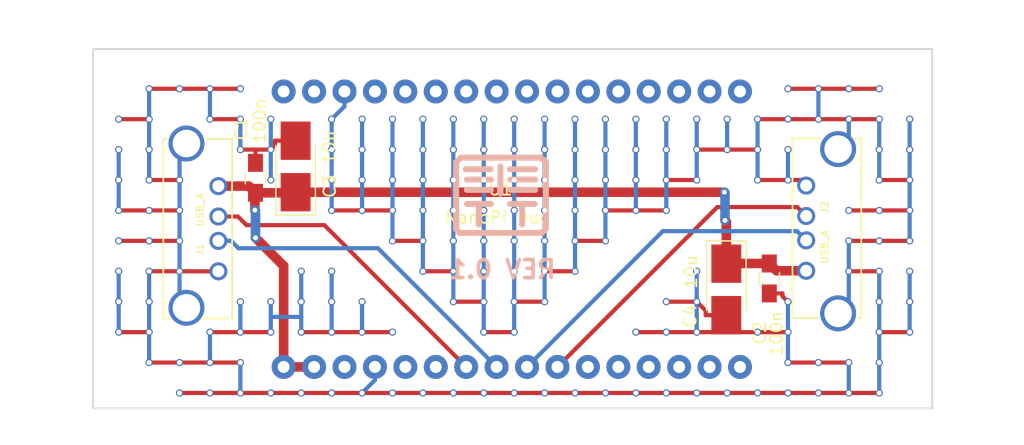
<source format=kicad_pcb>
(kicad_pcb (version 20171130) (host pcbnew "(5.1.12)-1")

  (general
    (thickness 1.6)
    (drawings 5)
    (tracks 281)
    (zones 0)
    (modules 201)
    (nets 7)
  )

  (page A4)
  (layers
    (0 F.Cu signal)
    (31 B.Cu signal)
    (32 B.Adhes user)
    (33 F.Adhes user)
    (34 B.Paste user)
    (35 F.Paste user)
    (36 B.SilkS user)
    (37 F.SilkS user)
    (38 B.Mask user)
    (39 F.Mask user)
    (40 Dwgs.User user)
    (41 Cmts.User user)
    (42 Eco1.User user)
    (43 Eco2.User user)
    (44 Edge.Cuts user)
    (45 Margin user)
    (46 B.CrtYd user)
    (47 F.CrtYd user)
    (48 B.Fab user)
    (49 F.Fab user)
  )

  (setup
    (last_trace_width 0.35)
    (trace_clearance 0.3)
    (zone_clearance 0.508)
    (zone_45_only no)
    (trace_min 0.2)
    (via_size 0.6)
    (via_drill 0.4)
    (via_min_size 0.4)
    (via_min_drill 0.3)
    (uvia_size 0.3)
    (uvia_drill 0.1)
    (uvias_allowed no)
    (uvia_min_size 0.2)
    (uvia_min_drill 0.1)
    (edge_width 0.15)
    (segment_width 0.2)
    (pcb_text_width 0.3)
    (pcb_text_size 1.5 1.5)
    (mod_edge_width 0.15)
    (mod_text_size 1 1)
    (mod_text_width 0.15)
    (pad_size 1.524 1.524)
    (pad_drill 0.762)
    (pad_to_mask_clearance 0.2)
    (aux_axis_origin 0 0)
    (visible_elements 7FFFFFFF)
    (pcbplotparams
      (layerselection 0x010fc_ffffffff)
      (usegerberextensions true)
      (usegerberattributes true)
      (usegerberadvancedattributes true)
      (creategerberjobfile true)
      (excludeedgelayer true)
      (linewidth 0.100000)
      (plotframeref false)
      (viasonmask false)
      (mode 1)
      (useauxorigin false)
      (hpglpennumber 1)
      (hpglpenspeed 20)
      (hpglpendiameter 15.000000)
      (psnegative false)
      (psa4output false)
      (plotreference true)
      (plotvalue true)
      (plotinvisibletext false)
      (padsonsilk false)
      (subtractmaskfromsilk true)
      (outputformat 1)
      (mirror false)
      (drillshape 0)
      (scaleselection 1)
      (outputdirectory "gerber/"))
  )

  (net 0 "")
  (net 1 +5V)
  (net 2 GND)
  (net 3 /DP3)
  (net 4 /DM3)
  (net 5 /DP2)
  (net 6 /DM2)

  (net_class Default "This is the default net class."
    (clearance 0.3)
    (trace_width 0.35)
    (via_dia 0.6)
    (via_drill 0.4)
    (uvia_dia 0.3)
    (uvia_drill 0.1)
    (add_net +5V)
    (add_net /DM2)
    (add_net /DM3)
    (add_net /DP2)
    (add_net /DP3)
    (add_net GND)
  )

  (module Mounting_Holes:MountingHole_3.2mm_M3 locked (layer F.Cu) (tedit 5A537847) (tstamp 5A538743)
    (at 184.85 92.9)
    (descr "Mounting Hole 3.2mm, no annular, M3")
    (tags "mounting hole 3.2mm no annular m3")
    (attr virtual)
    (fp_text reference REF**_5 (at 0 -4.2) (layer F.SilkS) hide
      (effects (font (size 1 1) (thickness 0.15)))
    )
    (fp_text value MountingHole_3.2mm_M3 (at 0.2 -5.2) (layer F.Fab)
      (effects (font (size 1 1) (thickness 0.15)))
    )
    (fp_circle (center 0 0) (end 3.45 0) (layer F.CrtYd) (width 0.05))
    (fp_circle (center 0 0) (end 3.2 0) (layer Cmts.User) (width 0.15))
    (fp_text user %R (at 0.3 0) (layer F.Fab) hide
      (effects (font (size 1 1) (thickness 0.15)))
    )
    (pad 1 np_thru_hole circle (at 0 0) (size 3.2 3.2) (drill 3.2) (layers *.Cu *.Mask))
  )

  (module Mounting_Holes:MountingHole_3.2mm_M3 locked (layer F.Cu) (tedit 5A537847) (tstamp 5A53873C)
    (at 184.8 118.85)
    (descr "Mounting Hole 3.2mm, no annular, M3")
    (tags "mounting hole 3.2mm no annular m3")
    (attr virtual)
    (fp_text reference REF**_4 (at 0 -4.2) (layer F.SilkS) hide
      (effects (font (size 1 1) (thickness 0.15)))
    )
    (fp_text value MountingHole_3.2mm_M3 (at 0 4.2) (layer F.Fab)
      (effects (font (size 1 1) (thickness 0.15)))
    )
    (fp_circle (center 0 0) (end 3.45 0) (layer F.CrtYd) (width 0.05))
    (fp_circle (center 0 0) (end 3.2 0) (layer Cmts.User) (width 0.15))
    (fp_text user %R (at 0.3 0) (layer F.Fab) hide
      (effects (font (size 1 1) (thickness 0.15)))
    )
    (pad 1 np_thru_hole circle (at 0 0) (size 3.2 3.2) (drill 3.2) (layers *.Cu *.Mask))
  )

  (module Mounting_Holes:MountingHole_3.2mm_M3 locked (layer F.Cu) (tedit 5A537847) (tstamp 5A538732)
    (at 118.8 118.9)
    (descr "Mounting Hole 3.2mm, no annular, M3")
    (tags "mounting hole 3.2mm no annular m3")
    (attr virtual)
    (fp_text reference REF**_3 (at 0 -4.2) (layer F.SilkS) hide
      (effects (font (size 1 1) (thickness 0.15)))
    )
    (fp_text value MountingHole_3.2mm_M3 (at 0 4.2) (layer F.Fab)
      (effects (font (size 1 1) (thickness 0.15)))
    )
    (fp_circle (center 0 0) (end 3.45 0) (layer F.CrtYd) (width 0.05))
    (fp_circle (center 0 0) (end 3.2 0) (layer Cmts.User) (width 0.15))
    (fp_text user %R (at 0.3 0) (layer F.Fab) hide
      (effects (font (size 1 1) (thickness 0.15)))
    )
    (pad 1 np_thru_hole circle (at 0 0) (size 3.2 3.2) (drill 3.2) (layers *.Cu *.Mask))
  )

  (module Capacitors_SMD:C_0805_HandSoldering (layer F.Cu) (tedit 5A537255) (tstamp 5A537E7F)
    (at 130.35 101.65 90)
    (descr "Capacitor SMD 0805, hand soldering")
    (tags "capacitor 0805")
    (path /5A537E3C)
    (attr smd)
    (fp_text reference C1 (at 4.1 -1.2 270) (layer F.SilkS)
      (effects (font (size 1 1) (thickness 0.15)))
    )
    (fp_text value 100n (at 4.75 0.35 270) (layer F.SilkS)
      (effects (font (size 1 1) (thickness 0.15)))
    )
    (fp_line (start 2.25 0.87) (end -2.25 0.87) (layer F.CrtYd) (width 0.05))
    (fp_line (start 2.25 0.87) (end 2.25 -0.88) (layer F.CrtYd) (width 0.05))
    (fp_line (start -2.25 -0.88) (end -2.25 0.87) (layer F.CrtYd) (width 0.05))
    (fp_line (start -2.25 -0.88) (end 2.25 -0.88) (layer F.CrtYd) (width 0.05))
    (fp_line (start -0.5 0.85) (end 0.5 0.85) (layer F.SilkS) (width 0.12))
    (fp_line (start 0.5 -0.85) (end -0.5 -0.85) (layer F.SilkS) (width 0.12))
    (fp_line (start -1 -0.62) (end 1 -0.62) (layer F.Fab) (width 0.1))
    (fp_line (start 1 -0.62) (end 1 0.62) (layer F.Fab) (width 0.1))
    (fp_line (start 1 0.62) (end -1 0.62) (layer F.Fab) (width 0.1))
    (fp_line (start -1 0.62) (end -1 -0.62) (layer F.Fab) (width 0.1))
    (fp_text user %R (at 0 -1.75 90) (layer F.Fab) hide
      (effects (font (size 1 1) (thickness 0.15)))
    )
    (pad 1 smd rect (at -1.25 0 90) (size 1.5 1.25) (layers F.Cu F.Paste F.Mask)
      (net 1 +5V))
    (pad 2 smd rect (at 1.25 0 90) (size 1.5 1.25) (layers F.Cu F.Paste F.Mask)
      (net 2 GND))
    (model ${KIPRJMOD}/shapes3D/C_0805.stp
      (at (xyz 0 0 0))
      (scale (xyz 1 1 1))
      (rotate (xyz 0 0 0))
    )
  )

  (module Capacitors_SMD:C_0805_HandSoldering (layer F.Cu) (tedit 5A53728A) (tstamp 5A537E90)
    (at 173.25 110.05 270)
    (descr "Capacitor SMD 0805, hand soldering")
    (tags "capacitor 0805")
    (path /5A536FAA)
    (attr smd)
    (fp_text reference C2 (at 4.55 0.8 90) (layer F.SilkS)
      (effects (font (size 1 1) (thickness 0.15)))
    )
    (fp_text value 100n (at 4.6 -0.6 90) (layer F.SilkS)
      (effects (font (size 1 1) (thickness 0.15)))
    )
    (fp_line (start 2.25 0.87) (end -2.25 0.87) (layer F.CrtYd) (width 0.05))
    (fp_line (start 2.25 0.87) (end 2.25 -0.88) (layer F.CrtYd) (width 0.05))
    (fp_line (start -2.25 -0.88) (end -2.25 0.87) (layer F.CrtYd) (width 0.05))
    (fp_line (start -2.25 -0.88) (end 2.25 -0.88) (layer F.CrtYd) (width 0.05))
    (fp_line (start -0.5 0.85) (end 0.5 0.85) (layer F.SilkS) (width 0.12))
    (fp_line (start 0.5 -0.85) (end -0.5 -0.85) (layer F.SilkS) (width 0.12))
    (fp_line (start -1 -0.62) (end 1 -0.62) (layer F.Fab) (width 0.1))
    (fp_line (start 1 -0.62) (end 1 0.62) (layer F.Fab) (width 0.1))
    (fp_line (start 1 0.62) (end -1 0.62) (layer F.Fab) (width 0.1))
    (fp_line (start -1 0.62) (end -1 -0.62) (layer F.Fab) (width 0.1))
    (fp_text user %R (at 2.75 1.7) (layer F.Fab) hide
      (effects (font (size 1 1) (thickness 0.15)))
    )
    (pad 1 smd rect (at -1.25 0 270) (size 1.5 1.25) (layers F.Cu F.Paste F.Mask)
      (net 1 +5V))
    (pad 2 smd rect (at 1.25 0 270) (size 1.5 1.25) (layers F.Cu F.Paste F.Mask)
      (net 2 GND))
    (model ${KIPRJMOD}/shapes3D/C_0805.stp
      (at (xyz 0 0 0))
      (scale (xyz 1 1 1))
      (rotate (xyz 0 0 0))
    )
  )

  (module Capacitors_Tantalum_SMD:CP_Tantalum_Case-B_EIA-3528-21_Hand (layer F.Cu) (tedit 5A53725E) (tstamp 5A537EA4)
    (at 133.7 100.7 90)
    (descr "Tantalum capacitor, Case B, EIA 3528-21, 3.5x2.8x1.9mm, Hand soldering footprint")
    (tags "capacitor tantalum smd")
    (path /5A537E36)
    (attr smd)
    (fp_text reference C3 (at -1.65 2.85 270) (layer F.SilkS)
      (effects (font (size 1 1) (thickness 0.15)))
    )
    (fp_text value 10u (at 1.6 2.8 270) (layer F.SilkS)
      (effects (font (size 1 1) (thickness 0.15)))
    )
    (fp_line (start -4.05 -1.65) (end -4.05 1.65) (layer F.SilkS) (width 0.12))
    (fp_line (start -4.05 1.65) (end 1.75 1.65) (layer F.SilkS) (width 0.12))
    (fp_line (start -4.05 -1.65) (end 1.75 -1.65) (layer F.SilkS) (width 0.12))
    (fp_line (start -1.225 -1.4) (end -1.225 1.4) (layer F.Fab) (width 0.1))
    (fp_line (start -1.4 -1.4) (end -1.4 1.4) (layer F.Fab) (width 0.1))
    (fp_line (start 1.75 -1.4) (end -1.75 -1.4) (layer F.Fab) (width 0.1))
    (fp_line (start 1.75 1.4) (end 1.75 -1.4) (layer F.Fab) (width 0.1))
    (fp_line (start -1.75 1.4) (end 1.75 1.4) (layer F.Fab) (width 0.1))
    (fp_line (start -1.75 -1.4) (end -1.75 1.4) (layer F.Fab) (width 0.1))
    (fp_line (start 4.15 -1.75) (end -4.15 -1.75) (layer F.CrtYd) (width 0.05))
    (fp_line (start 4.15 1.75) (end 4.15 -1.75) (layer F.CrtYd) (width 0.05))
    (fp_line (start -4.15 1.75) (end 4.15 1.75) (layer F.CrtYd) (width 0.05))
    (fp_line (start -4.15 -1.75) (end -4.15 1.75) (layer F.CrtYd) (width 0.05))
    (fp_text user %R (at 0 0 90) (layer F.Fab) hide
      (effects (font (size 0.8 0.8) (thickness 0.12)))
    )
    (pad 1 smd rect (at -2.15 0 90) (size 3.2 2.5) (layers F.Cu F.Paste F.Mask)
      (net 1 +5V))
    (pad 2 smd rect (at 2.15 0 90) (size 3.2 2.5) (layers F.Cu F.Paste F.Mask)
      (net 2 GND))
    (model ${KIPRJMOD}/shapes3D/TantalC_SizeB_EIA-3528_HandSoldering.stp
      (at (xyz 0 0 0))
      (scale (xyz 1 1 1))
      (rotate (xyz 0 0 180))
    )
  )

  (module Capacitors_Tantalum_SMD:CP_Tantalum_Case-B_EIA-3528-21_Hand (layer F.Cu) (tedit 5A5372A7) (tstamp 5A537EB8)
    (at 169.661 110.966 270)
    (descr "Tantalum capacitor, Case B, EIA 3528-21, 3.5x2.8x1.9mm, Hand soldering footprint")
    (tags "capacitor tantalum smd")
    (path /5A536E81)
    (attr smd)
    (fp_text reference C4 (at 2.233575 3.011007 90) (layer F.SilkS)
      (effects (font (size 1 1) (thickness 0.15)))
    )
    (fp_text value 10u (at -1.466425 2.961007 90) (layer F.SilkS)
      (effects (font (size 1 1) (thickness 0.15)))
    )
    (fp_line (start -4.05 -1.65) (end -4.05 1.65) (layer F.SilkS) (width 0.12))
    (fp_line (start -4.05 1.65) (end 1.75 1.65) (layer F.SilkS) (width 0.12))
    (fp_line (start -4.05 -1.65) (end 1.75 -1.65) (layer F.SilkS) (width 0.12))
    (fp_line (start -1.225 -1.4) (end -1.225 1.4) (layer F.Fab) (width 0.1))
    (fp_line (start -1.4 -1.4) (end -1.4 1.4) (layer F.Fab) (width 0.1))
    (fp_line (start 1.75 -1.4) (end -1.75 -1.4) (layer F.Fab) (width 0.1))
    (fp_line (start 1.75 1.4) (end 1.75 -1.4) (layer F.Fab) (width 0.1))
    (fp_line (start -1.75 1.4) (end 1.75 1.4) (layer F.Fab) (width 0.1))
    (fp_line (start -1.75 -1.4) (end -1.75 1.4) (layer F.Fab) (width 0.1))
    (fp_line (start 4.15 -1.75) (end -4.15 -1.75) (layer F.CrtYd) (width 0.05))
    (fp_line (start 4.15 1.75) (end 4.15 -1.75) (layer F.CrtYd) (width 0.05))
    (fp_line (start -4.15 1.75) (end 4.15 1.75) (layer F.CrtYd) (width 0.05))
    (fp_line (start -4.15 -1.75) (end -4.15 1.75) (layer F.CrtYd) (width 0.05))
    (fp_text user %R (at 0 0 270) (layer F.Fab) hide
      (effects (font (size 0.8 0.8) (thickness 0.12)))
    )
    (pad 1 smd rect (at -2.15 0 270) (size 3.2 2.5) (layers F.Cu F.Paste F.Mask)
      (net 1 +5V))
    (pad 2 smd rect (at 2.15 0 270) (size 3.2 2.5) (layers F.Cu F.Paste F.Mask)
      (net 2 GND))
    (model ${KIPRJMOD}/shapes3D/TantalC_SizeB_EIA-3528_HandSoldering.stp
      (at (xyz 0 0 0))
      (scale (xyz 1 1 1))
      (rotate (xyz 0 0 180))
    )
  )

  (module myfootprints:nano_pi_duo_usb_shield (layer F.Cu) (tedit 5A537E9F) (tstamp 5A537F12)
    (at 148.501 105.004)
    (path /5A536BAA)
    (fp_text reference U1 (at 2.2989 -2.4036) (layer F.SilkS)
      (effects (font (size 1 1) (thickness 0.15)))
    )
    (fp_text value "NanoPi Duo" (at 2.0489 -0.0536) (layer F.SilkS)
      (effects (font (size 1 1) (thickness 0.15)))
    )
    (fp_line (start 26.600947 7.568685) (end 26.606196 -5.775275) (layer Dwgs.User) (width 0.1))
    (fp_line (start -20.041403 -5.765825) (end -20.041403 7.568685) (layer Dwgs.User) (width 0.1))
    (fp_line (start -20.041403 7.568685) (end -31.699452 7.568685) (layer Dwgs.User) (width 0.1))
    (fp_line (start 26.619193 -5.775275) (end 38.303203 -5.775275) (layer Dwgs.User) (width 0.1))
    (fp_line (start -31.699273 -5.775275) (end -20.040365 -5.775275) (layer Dwgs.User) (width 0.1))
    (fp_line (start 38.3288 7.567761) (end 26.5938 7.567761) (layer Dwgs.User) (width 0.1))
    (fp_line (start 38.32667 -14.107747) (end 38.32667 15.901158) (layer Dwgs.User) (width 0.1))
    (fp_line (start -31.694108 -14.107747) (end 38.32667 -14.107747) (layer Dwgs.User) (width 0.1))
    (fp_line (start 38.32667 15.901158) (end -31.694108 15.901158) (layer Dwgs.User) (width 0.1))
    (fp_line (start -31.694108 15.901158) (end -31.694108 -14.107747) (layer Dwgs.User) (width 0.1))
    (fp_circle (center -29.845 -12.2428) (end -29.2862 -11.5062) (layer Dwgs.User) (width 0.15))
    (fp_circle (center -29.834827 14.0462) (end -29.276027 14.7828) (layer Dwgs.User) (width 0.15))
    (fp_circle (center 36.4744 14.061427) (end 37.0332 14.798027) (layer Dwgs.User) (width 0.15))
    (fp_circle (center 36.449 -12.2682) (end 37.0078 -11.5316) (layer Dwgs.User) (width 0.15))
    (pad 1 thru_hole circle (at -15.7988 -10.5664) (size 2 2) (drill 1) (layers *.Cu *.Mask))
    (pad 2 thru_hole circle (at -13.2588 -10.5664) (size 2 2) (drill 1) (layers *.Cu *.Mask))
    (pad 3 thru_hole circle (at -10.7188 -10.5664) (size 2 2) (drill 1) (layers *.Cu *.Mask)
      (net 2 GND))
    (pad 4 thru_hole circle (at -8.1788 -10.5664) (size 2 2) (drill 1) (layers *.Cu *.Mask))
    (pad 5 thru_hole circle (at -5.6388 -10.5664) (size 2 2) (drill 1) (layers *.Cu *.Mask))
    (pad 6 thru_hole circle (at -3.0988 -10.5664) (size 2 2) (drill 1) (layers *.Cu *.Mask))
    (pad 7 thru_hole circle (at -0.5588 -10.5664) (size 2 2) (drill 1) (layers *.Cu *.Mask))
    (pad 8 thru_hole circle (at 1.9812 -10.5664) (size 2 2) (drill 1) (layers *.Cu *.Mask))
    (pad 9 thru_hole circle (at 4.5212 -10.5664) (size 2 2) (drill 1) (layers *.Cu *.Mask))
    (pad 10 thru_hole circle (at 7.0612 -10.5664) (size 2 2) (drill 1) (layers *.Cu *.Mask))
    (pad 11 thru_hole circle (at 9.6012 -10.5664) (size 2 2) (drill 1) (layers *.Cu *.Mask))
    (pad 12 thru_hole circle (at 12.1412 -10.5664) (size 2 2) (drill 1) (layers *.Cu *.Mask))
    (pad 13 thru_hole circle (at 14.6812 -10.5664) (size 2 2) (drill 1) (layers *.Cu *.Mask))
    (pad 14 thru_hole circle (at 17.2212 -10.5664) (size 2 2) (drill 1) (layers *.Cu *.Mask))
    (pad 15 thru_hole circle (at 19.7612 -10.5664) (size 2 2) (drill 1) (layers *.Cu *.Mask))
    (pad 16 thru_hole circle (at 22.3012 -10.5664) (size 2 2) (drill 1) (layers *.Cu *.Mask))
    (pad 17 thru_hole circle (at 22.3012 12.4336) (size 2 2) (drill 1) (layers *.Cu *.Mask))
    (pad 18 thru_hole circle (at 19.7612 12.4336) (size 2 2) (drill 1) (layers *.Cu *.Mask))
    (pad 19 thru_hole circle (at 17.2212 12.4336) (size 2 2) (drill 1) (layers *.Cu *.Mask))
    (pad 20 thru_hole circle (at 14.6812 12.4336) (size 2 2) (drill 1) (layers *.Cu *.Mask))
    (pad 21 thru_hole circle (at 12.1412 12.4336) (size 2 2) (drill 1) (layers *.Cu *.Mask))
    (pad 22 thru_hole circle (at 9.6012 12.4336) (size 2 2) (drill 1) (layers *.Cu *.Mask))
    (pad 23 thru_hole circle (at 7.0612 12.4336) (size 2 2) (drill 1) (layers *.Cu *.Mask)
      (net 5 /DP2))
    (pad 24 thru_hole circle (at 4.5212 12.4336) (size 2 2) (drill 1) (layers *.Cu *.Mask)
      (net 6 /DM2))
    (pad 25 thru_hole circle (at 1.9812 12.4336) (size 2 2) (drill 1) (layers *.Cu *.Mask)
      (net 3 /DP3))
    (pad 26 thru_hole circle (at -0.5588 12.4336) (size 2 2) (drill 1) (layers *.Cu *.Mask)
      (net 4 /DM3))
    (pad 27 thru_hole circle (at -3.0988 12.4336) (size 2 2) (drill 1) (layers *.Cu *.Mask))
    (pad 28 thru_hole circle (at -5.6388 12.4336) (size 2 2) (drill 1) (layers *.Cu *.Mask))
    (pad 29 thru_hole circle (at -8.1788 12.4336) (size 2 2) (drill 1) (layers *.Cu *.Mask)
      (net 2 GND))
    (pad 30 thru_hole circle (at -10.7188 12.4336) (size 2 2) (drill 1) (layers *.Cu *.Mask))
    (pad 31 thru_hole circle (at -13.2588 12.4336) (size 2 2) (drill 1) (layers *.Cu *.Mask)
      (net 1 +5V))
    (pad 32 thru_hole circle (at -15.7988 12.4336) (size 2 2) (drill 1) (layers *.Cu *.Mask)
      (net 1 +5V))
  )

  (module Mounting_Holes:MountingHole_3.2mm_M3 locked (layer F.Cu) (tedit 5A537847) (tstamp 5A538718)
    (at 118.75 92.85)
    (descr "Mounting Hole 3.2mm, no annular, M3")
    (tags "mounting hole 3.2mm no annular m3")
    (attr virtual)
    (fp_text reference REF**_2 (at 0 -4.2) (layer F.SilkS) hide
      (effects (font (size 1 1) (thickness 0.15)))
    )
    (fp_text value MountingHole_3.2mm_M3 (at -0.25 -5.2) (layer F.Fab)
      (effects (font (size 1 1) (thickness 0.15)))
    )
    (fp_circle (center 0 0) (end 3.45 0) (layer F.CrtYd) (width 0.05))
    (fp_circle (center 0 0) (end 3.2 0) (layer Cmts.User) (width 0.15))
    (fp_text user %R (at 0.3 0) (layer F.Fab) hide
      (effects (font (size 1 1) (thickness 0.15)))
    )
    (pad 1 np_thru_hole circle (at 0 0) (size 3.2 3.2) (drill 3.2) (layers *.Cu *.Mask))
  )

  (module myfootprints:my_logo (layer B.Cu) (tedit 58739751) (tstamp 5A5384C4)
    (at 150.8 103.75 180)
    (attr virtual)
    (fp_text reference REF** (at 0.2032 5.4864 180) (layer B.SilkS) hide
      (effects (font (size 1 1) (thickness 0.15)) (justify mirror))
    )
    (fp_text value my_logo (at -0.0254 -4.6482 180) (layer B.Fab) hide
      (effects (font (size 1 1) (thickness 0.15)) (justify mirror))
    )
    (fp_line (start -0.7874 2.8194) (end -0.7874 2.8194) (layer B.SilkS) (width 0.15))
    (fp_line (start -2.900089 2.8194) (end -0.7874 2.8194) (layer B.SilkS) (width 0.5))
    (fp_line (start -3.8 3.429) (end -3.3682 3.7846) (layer B.SilkS) (width 0.5))
    (fp_line (start -3.300015 3.7846) (end 3.300017 3.7846) (layer B.SilkS) (width 0.5))
    (fp_line (start -3.8 -2.100956) (end -3.8 3.4036) (layer B.SilkS) (width 0.5))
    (fp_line (start -3.4444 -2.5) (end -3.8 -2.1444) (layer B.SilkS) (width 0.5))
    (fp_line (start 3.4 -2.5) (end -3.4 -2.5) (layer B.SilkS) (width 0.5))
    (fp_line (start 3.7 -2.2) (end 3.3952 -2.5048) (layer B.SilkS) (width 0.5))
    (fp_line (start 3.7 3.4) (end 3.7 -2.203646) (layer B.SilkS) (width 0.5))
    (fp_line (start 3.319 3.7846) (end 3.7 3.4036) (layer B.SilkS) (width 0.5))
    (fp_line (start -2.900745 1.9558) (end -0.8128 1.9558) (layer B.SilkS) (width 0.5))
    (fp_line (start -2.900014 1.0922) (end -0.8382 1.0922) (layer B.SilkS) (width 0.5))
    (fp_line (start 0.8128 2.8194) (end 2.90009 2.8194) (layer B.SilkS) (width 0.5))
    (fp_line (start 0.7874 1.9558) (end 2.800773 1.9558) (layer B.SilkS) (width 0.5))
    (fp_line (start 0.797879 1.0922) (end 2.802084 1.0922) (layer B.SilkS) (width 0.5))
    (fp_line (start 0 0.7874) (end 0 3.056) (layer B.SilkS) (width 0.5))
    (fp_line (start -0.799864 -0.0762) (end -2.8686 -0.0762) (layer B.SilkS) (width 0.5))
    (fp_line (start -1.8 -0.0762) (end -1.8 -1.8) (layer B.SilkS) (width 0.5))
    (fp_line (start 1.8 -0.0762) (end 1.8 -1.800019) (layer B.SilkS) (width 0.5))
    (fp_line (start 2.800141 -0.0762) (end 0.799866 -0.0762) (layer B.SilkS) (width 0.5))
  )

  (module myfootprints:USB_A_top locked (layer F.Cu) (tedit 587F3F77) (tstamp 5A537ECC)
    (at 127.25 102.34 270)
    (descr "USB A connector")
    (tags "USB USB_A")
    (path /5A536DB2)
    (fp_text reference J1 (at 5.28886 1.52888 270) (layer F.SilkS)
      (effects (font (size 0.6 0.6) (thickness 0.12)))
    )
    (fp_text value USB_A (at 1.98686 1.52888 270) (layer F.SilkS)
      (effects (font (size 0.6 0.6) (thickness 0.12)))
    )
    (fp_line (start 11.04986 4.6) (end 11.04986 4.097493) (layer F.SilkS) (width 0.15))
    (fp_line (start 11.04986 1.200529) (end 11.04986 -1.14512) (layer F.SilkS) (width 0.15))
    (fp_line (start -3.93614 1.00095) (end -3.93614 -1.14512) (layer F.SilkS) (width 0.15))
    (fp_line (start 11.04986 4.6) (end -3.93614 4.6) (layer F.SilkS) (width 0.15))
    (fp_line (start 11.04986 -1.14512) (end -3.93614 -1.14512) (layer F.SilkS) (width 0.15))
    (fp_line (start -3.93614 4.600354) (end -3.93614 4.297834) (layer F.SilkS) (width 0.15))
    (pad 4 thru_hole circle (at 7.11286 -0.00212 180) (size 1.50114 1.50114) (drill 1.00076) (layers *.Cu *.Mask)
      (net 2 GND))
    (pad 3 thru_hole circle (at 4.57286 -0.00212 180) (size 1.50114 1.50114) (drill 1.00076) (layers *.Cu *.Mask)
      (net 3 /DP3))
    (pad 2 thru_hole circle (at 2.54086 -0.00212 180) (size 1.50114 1.50114) (drill 1.00076) (layers *.Cu *.Mask)
      (net 4 /DM3))
    (pad 1 thru_hole circle (at 0.00086 -0.00212 180) (size 1.50114 1.50114) (drill 1.00076) (layers *.Cu *.Mask)
      (net 1 +5V))
    (pad 5 thru_hole circle (at 10.16086 2.66488 180) (size 2.99974 2.99974) (drill 2.30124) (layers *.Cu *.Mask)
      (net 2 GND))
    (pad 5 thru_hole circle (at -3.55514 2.66488 180) (size 2.99974 2.99974) (drill 2.30124) (layers *.Cu *.Mask)
      (net 2 GND))
    (model ${KIPRJMOD}/shapes3D/Conn_USB-A-2.0_socket_right-angle.stp
      (offset (xyz 3.499999947435274 -2.999999954944522 0))
      (scale (xyz 1 1 1))
      (rotate (xyz 0 0 0))
    )
  )

  (module myfootprints:USB_A_top locked (layer F.Cu) (tedit 587F3F77) (tstamp 5A537EE0)
    (at 176.33 109.41 90)
    (descr "USB A connector")
    (tags "USB USB_A")
    (path /5A536CD2)
    (fp_text reference J2 (at 5.28886 1.52888 90) (layer F.SilkS)
      (effects (font (size 0.6 0.6) (thickness 0.12)))
    )
    (fp_text value USB_A (at 1.98686 1.52888 90) (layer F.SilkS)
      (effects (font (size 0.6 0.6) (thickness 0.12)))
    )
    (fp_line (start 11.04986 4.6) (end 11.04986 4.097493) (layer F.SilkS) (width 0.15))
    (fp_line (start 11.04986 1.200529) (end 11.04986 -1.14512) (layer F.SilkS) (width 0.15))
    (fp_line (start -3.93614 1.00095) (end -3.93614 -1.14512) (layer F.SilkS) (width 0.15))
    (fp_line (start 11.04986 4.6) (end -3.93614 4.6) (layer F.SilkS) (width 0.15))
    (fp_line (start 11.04986 -1.14512) (end -3.93614 -1.14512) (layer F.SilkS) (width 0.15))
    (fp_line (start -3.93614 4.600354) (end -3.93614 4.297834) (layer F.SilkS) (width 0.15))
    (pad 4 thru_hole circle (at 7.11286 -0.00212) (size 1.50114 1.50114) (drill 1.00076) (layers *.Cu *.Mask)
      (net 2 GND))
    (pad 3 thru_hole circle (at 4.57286 -0.00212) (size 1.50114 1.50114) (drill 1.00076) (layers *.Cu *.Mask)
      (net 5 /DP2))
    (pad 2 thru_hole circle (at 2.54086 -0.00212) (size 1.50114 1.50114) (drill 1.00076) (layers *.Cu *.Mask)
      (net 6 /DM2))
    (pad 1 thru_hole circle (at 0.00086 -0.00212) (size 1.50114 1.50114) (drill 1.00076) (layers *.Cu *.Mask)
      (net 1 +5V))
    (pad 5 thru_hole circle (at 10.16086 2.66488) (size 2.99974 2.99974) (drill 2.30124) (layers *.Cu *.Mask)
      (net 2 GND))
    (pad 5 thru_hole circle (at -3.55514 2.66488) (size 2.99974 2.99974) (drill 2.30124) (layers *.Cu *.Mask)
      (net 2 GND))
    (model ${KIPRJMOD}/shapes3D/Conn_USB-A-2.0_socket_right-angle.stp
      (offset (xyz 3.499999947435274 -2.999999954944522 0))
      (scale (xyz 1 1 1))
      (rotate (xyz 0 0 0))
    )
  )

  (module VIA_MATRIX (layer F.Cu) (tedit 5A5864D8) (tstamp 5A586D9D)
    (at 121.468 94.2125)
    (attr virtual)
    (fp_text reference V5_3 (at 0 0) (layer F.SilkS) hide
      (effects (font (size 0 0) (thickness 0.15)))
    )
    (fp_text value AUTO_VIA (at 0 0) (layer F.Fab) hide
      (effects (font (size 0 0) (thickness 0.15)))
    )
    (pad 1 thru_hole circle (at 0 0) (size 0.6 0.6) (drill 0.4) (layers *.Cu)
      (net 2 GND) (clearance 0.3) (zone_connect 2))
  )

  (module VIA_MATRIX (layer F.Cu) (tedit 5A5864D8) (tstamp 5A586DA1)
    (at 124.008 94.2125)
    (attr virtual)
    (fp_text reference V6_3 (at 0 0) (layer F.SilkS) hide
      (effects (font (size 0 0) (thickness 0.15)))
    )
    (fp_text value AUTO_VIA (at 0 0) (layer F.Fab) hide
      (effects (font (size 0 0) (thickness 0.15)))
    )
    (pad 1 thru_hole circle (at 0 0) (size 0.6 0.6) (drill 0.4) (layers *.Cu)
      (net 2 GND) (clearance 0.3) (zone_connect 2))
  )

  (module VIA_MATRIX (layer F.Cu) (tedit 5A5864D8) (tstamp 5A586DA5)
    (at 126.548 94.2125)
    (attr virtual)
    (fp_text reference V7_3 (at 0 0) (layer F.SilkS) hide
      (effects (font (size 0 0) (thickness 0.15)))
    )
    (fp_text value AUTO_VIA (at 0 0) (layer F.Fab) hide
      (effects (font (size 0 0) (thickness 0.15)))
    )
    (pad 1 thru_hole circle (at 0 0) (size 0.6 0.6) (drill 0.4) (layers *.Cu)
      (net 2 GND) (clearance 0.3) (zone_connect 2))
  )

  (module VIA_MATRIX (layer F.Cu) (tedit 5A5864D8) (tstamp 5A586DA9)
    (at 129.088 94.2125)
    (attr virtual)
    (fp_text reference V8_3 (at 0 0) (layer F.SilkS) hide
      (effects (font (size 0 0) (thickness 0.15)))
    )
    (fp_text value AUTO_VIA (at 0 0) (layer F.Fab) hide
      (effects (font (size 0 0) (thickness 0.15)))
    )
    (pad 1 thru_hole circle (at 0 0) (size 0.6 0.6) (drill 0.4) (layers *.Cu)
      (net 2 GND) (clearance 0.3) (zone_connect 2))
  )

  (module VIA_MATRIX (layer F.Cu) (tedit 5A5864D8) (tstamp 5A586DAD)
    (at 174.808 94.2125)
    (attr virtual)
    (fp_text reference V26_3 (at 0 0) (layer F.SilkS) hide
      (effects (font (size 0 0) (thickness 0.15)))
    )
    (fp_text value AUTO_VIA (at 0 0) (layer F.Fab) hide
      (effects (font (size 0 0) (thickness 0.15)))
    )
    (pad 1 thru_hole circle (at 0 0) (size 0.6 0.6) (drill 0.4) (layers *.Cu)
      (net 2 GND) (clearance 0.3) (zone_connect 2))
  )

  (module VIA_MATRIX (layer F.Cu) (tedit 5A5864D8) (tstamp 5A586DB1)
    (at 177.348 94.2125)
    (attr virtual)
    (fp_text reference V27_3 (at 0 0) (layer F.SilkS) hide
      (effects (font (size 0 0) (thickness 0.15)))
    )
    (fp_text value AUTO_VIA (at 0 0) (layer F.Fab) hide
      (effects (font (size 0 0) (thickness 0.15)))
    )
    (pad 1 thru_hole circle (at 0 0) (size 0.6 0.6) (drill 0.4) (layers *.Cu)
      (net 2 GND) (clearance 0.3) (zone_connect 2))
  )

  (module VIA_MATRIX (layer F.Cu) (tedit 5A5864D8) (tstamp 5A586DB5)
    (at 179.888 94.2125)
    (attr virtual)
    (fp_text reference V28_3 (at 0 0) (layer F.SilkS) hide
      (effects (font (size 0 0) (thickness 0.15)))
    )
    (fp_text value AUTO_VIA (at 0 0) (layer F.Fab) hide
      (effects (font (size 0 0) (thickness 0.15)))
    )
    (pad 1 thru_hole circle (at 0 0) (size 0.6 0.6) (drill 0.4) (layers *.Cu)
      (net 2 GND) (clearance 0.3) (zone_connect 2))
  )

  (module VIA_MATRIX (layer F.Cu) (tedit 5A5864D8) (tstamp 5A586DB9)
    (at 182.428 94.2125)
    (attr virtual)
    (fp_text reference V29_3 (at 0 0) (layer F.SilkS) hide
      (effects (font (size 0 0) (thickness 0.15)))
    )
    (fp_text value AUTO_VIA (at 0 0) (layer F.Fab) hide
      (effects (font (size 0 0) (thickness 0.15)))
    )
    (pad 1 thru_hole circle (at 0 0) (size 0.6 0.6) (drill 0.4) (layers *.Cu)
      (net 2 GND) (clearance 0.3) (zone_connect 2))
  )

  (module VIA_MATRIX (layer F.Cu) (tedit 5A5864D8) (tstamp 5A586DBD)
    (at 118.928 96.7525)
    (attr virtual)
    (fp_text reference V4_4 (at 0 0) (layer F.SilkS) hide
      (effects (font (size 0 0) (thickness 0.15)))
    )
    (fp_text value AUTO_VIA (at 0 0) (layer F.Fab) hide
      (effects (font (size 0 0) (thickness 0.15)))
    )
    (pad 1 thru_hole circle (at 0 0) (size 0.6 0.6) (drill 0.4) (layers *.Cu)
      (net 2 GND) (clearance 0.3) (zone_connect 2))
  )

  (module VIA_MATRIX (layer F.Cu) (tedit 5A5864D8) (tstamp 5A586DC1)
    (at 121.468 96.7525)
    (attr virtual)
    (fp_text reference V5_4 (at 0 0) (layer F.SilkS) hide
      (effects (font (size 0 0) (thickness 0.15)))
    )
    (fp_text value AUTO_VIA (at 0 0) (layer F.Fab) hide
      (effects (font (size 0 0) (thickness 0.15)))
    )
    (pad 1 thru_hole circle (at 0 0) (size 0.6 0.6) (drill 0.4) (layers *.Cu)
      (net 2 GND) (clearance 0.3) (zone_connect 2))
  )

  (module VIA_MATRIX (layer F.Cu) (tedit 5A5864D8) (tstamp 5A586DC5)
    (at 126.548 96.7525)
    (attr virtual)
    (fp_text reference V7_4 (at 0 0) (layer F.SilkS) hide
      (effects (font (size 0 0) (thickness 0.15)))
    )
    (fp_text value AUTO_VIA (at 0 0) (layer F.Fab) hide
      (effects (font (size 0 0) (thickness 0.15)))
    )
    (pad 1 thru_hole circle (at 0 0) (size 0.6 0.6) (drill 0.4) (layers *.Cu)
      (net 2 GND) (clearance 0.3) (zone_connect 2))
  )

  (module VIA_MATRIX (layer F.Cu) (tedit 5A5864D8) (tstamp 5A586DC9)
    (at 129.088 96.7525)
    (attr virtual)
    (fp_text reference V8_4 (at 0 0) (layer F.SilkS) hide
      (effects (font (size 0 0) (thickness 0.15)))
    )
    (fp_text value AUTO_VIA (at 0 0) (layer F.Fab) hide
      (effects (font (size 0 0) (thickness 0.15)))
    )
    (pad 1 thru_hole circle (at 0 0) (size 0.6 0.6) (drill 0.4) (layers *.Cu)
      (net 2 GND) (clearance 0.3) (zone_connect 2))
  )

  (module VIA_MATRIX (layer F.Cu) (tedit 5A5864D8) (tstamp 5A586DCD)
    (at 131.628 96.7525)
    (attr virtual)
    (fp_text reference V9_4 (at 0 0) (layer F.SilkS) hide
      (effects (font (size 0 0) (thickness 0.15)))
    )
    (fp_text value AUTO_VIA (at 0 0) (layer F.Fab) hide
      (effects (font (size 0 0) (thickness 0.15)))
    )
    (pad 1 thru_hole circle (at 0 0) (size 0.6 0.6) (drill 0.4) (layers *.Cu)
      (net 2 GND) (clearance 0.3) (zone_connect 2))
  )

  (module VIA_MATRIX (layer F.Cu) (tedit 5A5864D8) (tstamp 5A586DD1)
    (at 136.708 96.7525)
    (attr virtual)
    (fp_text reference V11_4 (at 0 0) (layer F.SilkS) hide
      (effects (font (size 0 0) (thickness 0.15)))
    )
    (fp_text value AUTO_VIA (at 0 0) (layer F.Fab) hide
      (effects (font (size 0 0) (thickness 0.15)))
    )
    (pad 1 thru_hole circle (at 0 0) (size 0.6 0.6) (drill 0.4) (layers *.Cu)
      (net 2 GND) (clearance 0.3) (zone_connect 2))
  )

  (module VIA_MATRIX (layer F.Cu) (tedit 5A5864D8) (tstamp 5A586DD5)
    (at 139.248 96.7525)
    (attr virtual)
    (fp_text reference V12_4 (at 0 0) (layer F.SilkS) hide
      (effects (font (size 0 0) (thickness 0.15)))
    )
    (fp_text value AUTO_VIA (at 0 0) (layer F.Fab) hide
      (effects (font (size 0 0) (thickness 0.15)))
    )
    (pad 1 thru_hole circle (at 0 0) (size 0.6 0.6) (drill 0.4) (layers *.Cu)
      (net 2 GND) (clearance 0.3) (zone_connect 2))
  )

  (module VIA_MATRIX (layer F.Cu) (tedit 5A5864D8) (tstamp 5A586DD9)
    (at 141.788 96.7525)
    (attr virtual)
    (fp_text reference V13_4 (at 0 0) (layer F.SilkS) hide
      (effects (font (size 0 0) (thickness 0.15)))
    )
    (fp_text value AUTO_VIA (at 0 0) (layer F.Fab) hide
      (effects (font (size 0 0) (thickness 0.15)))
    )
    (pad 1 thru_hole circle (at 0 0) (size 0.6 0.6) (drill 0.4) (layers *.Cu)
      (net 2 GND) (clearance 0.3) (zone_connect 2))
  )

  (module VIA_MATRIX (layer F.Cu) (tedit 5A5864D8) (tstamp 5A586DDD)
    (at 144.328 96.7525)
    (attr virtual)
    (fp_text reference V14_4 (at 0 0) (layer F.SilkS) hide
      (effects (font (size 0 0) (thickness 0.15)))
    )
    (fp_text value AUTO_VIA (at 0 0) (layer F.Fab) hide
      (effects (font (size 0 0) (thickness 0.15)))
    )
    (pad 1 thru_hole circle (at 0 0) (size 0.6 0.6) (drill 0.4) (layers *.Cu)
      (net 2 GND) (clearance 0.3) (zone_connect 2))
  )

  (module VIA_MATRIX (layer F.Cu) (tedit 5A5864D8) (tstamp 5A586DE1)
    (at 146.868 96.7525)
    (attr virtual)
    (fp_text reference V15_4 (at 0 0) (layer F.SilkS) hide
      (effects (font (size 0 0) (thickness 0.15)))
    )
    (fp_text value AUTO_VIA (at 0 0) (layer F.Fab) hide
      (effects (font (size 0 0) (thickness 0.15)))
    )
    (pad 1 thru_hole circle (at 0 0) (size 0.6 0.6) (drill 0.4) (layers *.Cu)
      (net 2 GND) (clearance 0.3) (zone_connect 2))
  )

  (module VIA_MATRIX (layer F.Cu) (tedit 5A5864D8) (tstamp 5A586DE5)
    (at 149.408 96.7525)
    (attr virtual)
    (fp_text reference V16_4 (at 0 0) (layer F.SilkS) hide
      (effects (font (size 0 0) (thickness 0.15)))
    )
    (fp_text value AUTO_VIA (at 0 0) (layer F.Fab) hide
      (effects (font (size 0 0) (thickness 0.15)))
    )
    (pad 1 thru_hole circle (at 0 0) (size 0.6 0.6) (drill 0.4) (layers *.Cu)
      (net 2 GND) (clearance 0.3) (zone_connect 2))
  )

  (module VIA_MATRIX (layer F.Cu) (tedit 5A5864D8) (tstamp 5A586DE9)
    (at 151.948 96.7525)
    (attr virtual)
    (fp_text reference V17_4 (at 0 0) (layer F.SilkS) hide
      (effects (font (size 0 0) (thickness 0.15)))
    )
    (fp_text value AUTO_VIA (at 0 0) (layer F.Fab) hide
      (effects (font (size 0 0) (thickness 0.15)))
    )
    (pad 1 thru_hole circle (at 0 0) (size 0.6 0.6) (drill 0.4) (layers *.Cu)
      (net 2 GND) (clearance 0.3) (zone_connect 2))
  )

  (module VIA_MATRIX (layer F.Cu) (tedit 5A5864D8) (tstamp 5A586DED)
    (at 154.488 96.7525)
    (attr virtual)
    (fp_text reference V18_4 (at 0 0) (layer F.SilkS) hide
      (effects (font (size 0 0) (thickness 0.15)))
    )
    (fp_text value AUTO_VIA (at 0 0) (layer F.Fab) hide
      (effects (font (size 0 0) (thickness 0.15)))
    )
    (pad 1 thru_hole circle (at 0 0) (size 0.6 0.6) (drill 0.4) (layers *.Cu)
      (net 2 GND) (clearance 0.3) (zone_connect 2))
  )

  (module VIA_MATRIX (layer F.Cu) (tedit 5A5864D8) (tstamp 5A586DF1)
    (at 157.028 96.7525)
    (attr virtual)
    (fp_text reference V19_4 (at 0 0) (layer F.SilkS) hide
      (effects (font (size 0 0) (thickness 0.15)))
    )
    (fp_text value AUTO_VIA (at 0 0) (layer F.Fab) hide
      (effects (font (size 0 0) (thickness 0.15)))
    )
    (pad 1 thru_hole circle (at 0 0) (size 0.6 0.6) (drill 0.4) (layers *.Cu)
      (net 2 GND) (clearance 0.3) (zone_connect 2))
  )

  (module VIA_MATRIX (layer F.Cu) (tedit 5A5864D8) (tstamp 5A586DF5)
    (at 159.568 96.7525)
    (attr virtual)
    (fp_text reference V20_4 (at 0 0) (layer F.SilkS) hide
      (effects (font (size 0 0) (thickness 0.15)))
    )
    (fp_text value AUTO_VIA (at 0 0) (layer F.Fab) hide
      (effects (font (size 0 0) (thickness 0.15)))
    )
    (pad 1 thru_hole circle (at 0 0) (size 0.6 0.6) (drill 0.4) (layers *.Cu)
      (net 2 GND) (clearance 0.3) (zone_connect 2))
  )

  (module VIA_MATRIX (layer F.Cu) (tedit 5A5864D8) (tstamp 5A586DF9)
    (at 162.108 96.7525)
    (attr virtual)
    (fp_text reference V21_4 (at 0 0) (layer F.SilkS) hide
      (effects (font (size 0 0) (thickness 0.15)))
    )
    (fp_text value AUTO_VIA (at 0 0) (layer F.Fab) hide
      (effects (font (size 0 0) (thickness 0.15)))
    )
    (pad 1 thru_hole circle (at 0 0) (size 0.6 0.6) (drill 0.4) (layers *.Cu)
      (net 2 GND) (clearance 0.3) (zone_connect 2))
  )

  (module VIA_MATRIX (layer F.Cu) (tedit 5A5864D8) (tstamp 5A586DFD)
    (at 164.648 96.7525)
    (attr virtual)
    (fp_text reference V22_4 (at 0 0) (layer F.SilkS) hide
      (effects (font (size 0 0) (thickness 0.15)))
    )
    (fp_text value AUTO_VIA (at 0 0) (layer F.Fab) hide
      (effects (font (size 0 0) (thickness 0.15)))
    )
    (pad 1 thru_hole circle (at 0 0) (size 0.6 0.6) (drill 0.4) (layers *.Cu)
      (net 2 GND) (clearance 0.3) (zone_connect 2))
  )

  (module VIA_MATRIX (layer F.Cu) (tedit 5A5864D8) (tstamp 5A586E01)
    (at 167.188 96.7525)
    (attr virtual)
    (fp_text reference V23_4 (at 0 0) (layer F.SilkS) hide
      (effects (font (size 0 0) (thickness 0.15)))
    )
    (fp_text value AUTO_VIA (at 0 0) (layer F.Fab) hide
      (effects (font (size 0 0) (thickness 0.15)))
    )
    (pad 1 thru_hole circle (at 0 0) (size 0.6 0.6) (drill 0.4) (layers *.Cu)
      (net 2 GND) (clearance 0.3) (zone_connect 2))
  )

  (module VIA_MATRIX (layer F.Cu) (tedit 5A5864D8) (tstamp 5A586E05)
    (at 169.728 96.7525)
    (attr virtual)
    (fp_text reference V24_4 (at 0 0) (layer F.SilkS) hide
      (effects (font (size 0 0) (thickness 0.15)))
    )
    (fp_text value AUTO_VIA (at 0 0) (layer F.Fab) hide
      (effects (font (size 0 0) (thickness 0.15)))
    )
    (pad 1 thru_hole circle (at 0 0) (size 0.6 0.6) (drill 0.4) (layers *.Cu)
      (net 2 GND) (clearance 0.3) (zone_connect 2))
  )

  (module VIA_MATRIX (layer F.Cu) (tedit 5A5864D8) (tstamp 5A586E09)
    (at 172.268 96.7525)
    (attr virtual)
    (fp_text reference V25_4 (at 0 0) (layer F.SilkS) hide
      (effects (font (size 0 0) (thickness 0.15)))
    )
    (fp_text value AUTO_VIA (at 0 0) (layer F.Fab) hide
      (effects (font (size 0 0) (thickness 0.15)))
    )
    (pad 1 thru_hole circle (at 0 0) (size 0.6 0.6) (drill 0.4) (layers *.Cu)
      (net 2 GND) (clearance 0.3) (zone_connect 2))
  )

  (module VIA_MATRIX (layer F.Cu) (tedit 5A5864D8) (tstamp 5A586E0D)
    (at 174.808 96.7525)
    (attr virtual)
    (fp_text reference V26_4 (at 0 0) (layer F.SilkS) hide
      (effects (font (size 0 0) (thickness 0.15)))
    )
    (fp_text value AUTO_VIA (at 0 0) (layer F.Fab) hide
      (effects (font (size 0 0) (thickness 0.15)))
    )
    (pad 1 thru_hole circle (at 0 0) (size 0.6 0.6) (drill 0.4) (layers *.Cu)
      (net 2 GND) (clearance 0.3) (zone_connect 2))
  )

  (module VIA_MATRIX (layer F.Cu) (tedit 5A5864D8) (tstamp 5A586E11)
    (at 177.348 96.7525)
    (attr virtual)
    (fp_text reference V27_4 (at 0 0) (layer F.SilkS) hide
      (effects (font (size 0 0) (thickness 0.15)))
    )
    (fp_text value AUTO_VIA (at 0 0) (layer F.Fab) hide
      (effects (font (size 0 0) (thickness 0.15)))
    )
    (pad 1 thru_hole circle (at 0 0) (size 0.6 0.6) (drill 0.4) (layers *.Cu)
      (net 2 GND) (clearance 0.3) (zone_connect 2))
  )

  (module VIA_MATRIX (layer F.Cu) (tedit 5A5864D8) (tstamp 5A586E15)
    (at 179.888 96.7525)
    (attr virtual)
    (fp_text reference V28_4 (at 0 0) (layer F.SilkS) hide
      (effects (font (size 0 0) (thickness 0.15)))
    )
    (fp_text value AUTO_VIA (at 0 0) (layer F.Fab) hide
      (effects (font (size 0 0) (thickness 0.15)))
    )
    (pad 1 thru_hole circle (at 0 0) (size 0.6 0.6) (drill 0.4) (layers *.Cu)
      (net 2 GND) (clearance 0.3) (zone_connect 2))
  )

  (module VIA_MATRIX (layer F.Cu) (tedit 5A5864D8) (tstamp 5A586E19)
    (at 182.428 96.7525)
    (attr virtual)
    (fp_text reference V29_4 (at 0 0) (layer F.SilkS) hide
      (effects (font (size 0 0) (thickness 0.15)))
    )
    (fp_text value AUTO_VIA (at 0 0) (layer F.Fab) hide
      (effects (font (size 0 0) (thickness 0.15)))
    )
    (pad 1 thru_hole circle (at 0 0) (size 0.6 0.6) (drill 0.4) (layers *.Cu)
      (net 2 GND) (clearance 0.3) (zone_connect 2))
  )

  (module VIA_MATRIX (layer F.Cu) (tedit 5A5864D8) (tstamp 5A586E1D)
    (at 184.968 96.7525)
    (attr virtual)
    (fp_text reference V30_4 (at 0 0) (layer F.SilkS) hide
      (effects (font (size 0 0) (thickness 0.15)))
    )
    (fp_text value AUTO_VIA (at 0 0) (layer F.Fab) hide
      (effects (font (size 0 0) (thickness 0.15)))
    )
    (pad 1 thru_hole circle (at 0 0) (size 0.6 0.6) (drill 0.4) (layers *.Cu)
      (net 2 GND) (clearance 0.3) (zone_connect 2))
  )

  (module VIA_MATRIX (layer F.Cu) (tedit 5A5864D8) (tstamp 5A586E21)
    (at 118.928 99.2925)
    (attr virtual)
    (fp_text reference V4_5 (at 0 0) (layer F.SilkS) hide
      (effects (font (size 0 0) (thickness 0.15)))
    )
    (fp_text value AUTO_VIA (at 0 0) (layer F.Fab) hide
      (effects (font (size 0 0) (thickness 0.15)))
    )
    (pad 1 thru_hole circle (at 0 0) (size 0.6 0.6) (drill 0.4) (layers *.Cu)
      (net 2 GND) (clearance 0.3) (zone_connect 2))
  )

  (module VIA_MATRIX (layer F.Cu) (tedit 5A5864D8) (tstamp 5A586E25)
    (at 121.468 99.2925)
    (attr virtual)
    (fp_text reference V5_5 (at 0 0) (layer F.SilkS) hide
      (effects (font (size 0 0) (thickness 0.15)))
    )
    (fp_text value AUTO_VIA (at 0 0) (layer F.Fab) hide
      (effects (font (size 0 0) (thickness 0.15)))
    )
    (pad 1 thru_hole circle (at 0 0) (size 0.6 0.6) (drill 0.4) (layers *.Cu)
      (net 2 GND) (clearance 0.3) (zone_connect 2))
  )

  (module VIA_MATRIX (layer F.Cu) (tedit 5A5864D8) (tstamp 5A586E29)
    (at 129.088 99.2925)
    (attr virtual)
    (fp_text reference V8_5 (at 0 0) (layer F.SilkS) hide
      (effects (font (size 0 0) (thickness 0.15)))
    )
    (fp_text value AUTO_VIA (at 0 0) (layer F.Fab) hide
      (effects (font (size 0 0) (thickness 0.15)))
    )
    (pad 1 thru_hole circle (at 0 0) (size 0.6 0.6) (drill 0.4) (layers *.Cu)
      (net 2 GND) (clearance 0.3) (zone_connect 2))
  )

  (module VIA_MATRIX (layer F.Cu) (tedit 5A5864D8) (tstamp 5A586E2D)
    (at 131.628 99.2925)
    (attr virtual)
    (fp_text reference V9_5 (at 0 0) (layer F.SilkS) hide
      (effects (font (size 0 0) (thickness 0.15)))
    )
    (fp_text value AUTO_VIA (at 0 0) (layer F.Fab) hide
      (effects (font (size 0 0) (thickness 0.15)))
    )
    (pad 1 thru_hole circle (at 0 0) (size 0.6 0.6) (drill 0.4) (layers *.Cu)
      (net 2 GND) (clearance 0.3) (zone_connect 2))
  )

  (module VIA_MATRIX (layer F.Cu) (tedit 5A5864D8) (tstamp 5A586E31)
    (at 136.708 99.2925)
    (attr virtual)
    (fp_text reference V11_5 (at 0 0) (layer F.SilkS) hide
      (effects (font (size 0 0) (thickness 0.15)))
    )
    (fp_text value AUTO_VIA (at 0 0) (layer F.Fab) hide
      (effects (font (size 0 0) (thickness 0.15)))
    )
    (pad 1 thru_hole circle (at 0 0) (size 0.6 0.6) (drill 0.4) (layers *.Cu)
      (net 2 GND) (clearance 0.3) (zone_connect 2))
  )

  (module VIA_MATRIX (layer F.Cu) (tedit 5A5864D8) (tstamp 5A586E35)
    (at 139.248 99.2925)
    (attr virtual)
    (fp_text reference V12_5 (at 0 0) (layer F.SilkS) hide
      (effects (font (size 0 0) (thickness 0.15)))
    )
    (fp_text value AUTO_VIA (at 0 0) (layer F.Fab) hide
      (effects (font (size 0 0) (thickness 0.15)))
    )
    (pad 1 thru_hole circle (at 0 0) (size 0.6 0.6) (drill 0.4) (layers *.Cu)
      (net 2 GND) (clearance 0.3) (zone_connect 2))
  )

  (module VIA_MATRIX (layer F.Cu) (tedit 5A5864D8) (tstamp 5A586E39)
    (at 141.788 99.2925)
    (attr virtual)
    (fp_text reference V13_5 (at 0 0) (layer F.SilkS) hide
      (effects (font (size 0 0) (thickness 0.15)))
    )
    (fp_text value AUTO_VIA (at 0 0) (layer F.Fab) hide
      (effects (font (size 0 0) (thickness 0.15)))
    )
    (pad 1 thru_hole circle (at 0 0) (size 0.6 0.6) (drill 0.4) (layers *.Cu)
      (net 2 GND) (clearance 0.3) (zone_connect 2))
  )

  (module VIA_MATRIX (layer F.Cu) (tedit 5A5864D8) (tstamp 5A586E3D)
    (at 144.328 99.2925)
    (attr virtual)
    (fp_text reference V14_5 (at 0 0) (layer F.SilkS) hide
      (effects (font (size 0 0) (thickness 0.15)))
    )
    (fp_text value AUTO_VIA (at 0 0) (layer F.Fab) hide
      (effects (font (size 0 0) (thickness 0.15)))
    )
    (pad 1 thru_hole circle (at 0 0) (size 0.6 0.6) (drill 0.4) (layers *.Cu)
      (net 2 GND) (clearance 0.3) (zone_connect 2))
  )

  (module VIA_MATRIX (layer F.Cu) (tedit 5A5864D8) (tstamp 5A586E41)
    (at 146.868 99.2925)
    (attr virtual)
    (fp_text reference V15_5 (at 0 0) (layer F.SilkS) hide
      (effects (font (size 0 0) (thickness 0.15)))
    )
    (fp_text value AUTO_VIA (at 0 0) (layer F.Fab) hide
      (effects (font (size 0 0) (thickness 0.15)))
    )
    (pad 1 thru_hole circle (at 0 0) (size 0.6 0.6) (drill 0.4) (layers *.Cu)
      (net 2 GND) (clearance 0.3) (zone_connect 2))
  )

  (module VIA_MATRIX (layer F.Cu) (tedit 5A5864D8) (tstamp 5A586E45)
    (at 149.408 99.2925)
    (attr virtual)
    (fp_text reference V16_5 (at 0 0) (layer F.SilkS) hide
      (effects (font (size 0 0) (thickness 0.15)))
    )
    (fp_text value AUTO_VIA (at 0 0) (layer F.Fab) hide
      (effects (font (size 0 0) (thickness 0.15)))
    )
    (pad 1 thru_hole circle (at 0 0) (size 0.6 0.6) (drill 0.4) (layers *.Cu)
      (net 2 GND) (clearance 0.3) (zone_connect 2))
  )

  (module VIA_MATRIX (layer F.Cu) (tedit 5A5864D8) (tstamp 5A586E49)
    (at 151.948 99.2925)
    (attr virtual)
    (fp_text reference V17_5 (at 0 0) (layer F.SilkS) hide
      (effects (font (size 0 0) (thickness 0.15)))
    )
    (fp_text value AUTO_VIA (at 0 0) (layer F.Fab) hide
      (effects (font (size 0 0) (thickness 0.15)))
    )
    (pad 1 thru_hole circle (at 0 0) (size 0.6 0.6) (drill 0.4) (layers *.Cu)
      (net 2 GND) (clearance 0.3) (zone_connect 2))
  )

  (module VIA_MATRIX (layer F.Cu) (tedit 5A5864D8) (tstamp 5A586E4D)
    (at 154.488 99.2925)
    (attr virtual)
    (fp_text reference V18_5 (at 0 0) (layer F.SilkS) hide
      (effects (font (size 0 0) (thickness 0.15)))
    )
    (fp_text value AUTO_VIA (at 0 0) (layer F.Fab) hide
      (effects (font (size 0 0) (thickness 0.15)))
    )
    (pad 1 thru_hole circle (at 0 0) (size 0.6 0.6) (drill 0.4) (layers *.Cu)
      (net 2 GND) (clearance 0.3) (zone_connect 2))
  )

  (module VIA_MATRIX (layer F.Cu) (tedit 5A5864D8) (tstamp 5A586E51)
    (at 157.028 99.2925)
    (attr virtual)
    (fp_text reference V19_5 (at 0 0) (layer F.SilkS) hide
      (effects (font (size 0 0) (thickness 0.15)))
    )
    (fp_text value AUTO_VIA (at 0 0) (layer F.Fab) hide
      (effects (font (size 0 0) (thickness 0.15)))
    )
    (pad 1 thru_hole circle (at 0 0) (size 0.6 0.6) (drill 0.4) (layers *.Cu)
      (net 2 GND) (clearance 0.3) (zone_connect 2))
  )

  (module VIA_MATRIX (layer F.Cu) (tedit 5A5864D8) (tstamp 5A586E55)
    (at 159.568 99.2925)
    (attr virtual)
    (fp_text reference V20_5 (at 0 0) (layer F.SilkS) hide
      (effects (font (size 0 0) (thickness 0.15)))
    )
    (fp_text value AUTO_VIA (at 0 0) (layer F.Fab) hide
      (effects (font (size 0 0) (thickness 0.15)))
    )
    (pad 1 thru_hole circle (at 0 0) (size 0.6 0.6) (drill 0.4) (layers *.Cu)
      (net 2 GND) (clearance 0.3) (zone_connect 2))
  )

  (module VIA_MATRIX (layer F.Cu) (tedit 5A5864D8) (tstamp 5A586E59)
    (at 162.108 99.2925)
    (attr virtual)
    (fp_text reference V21_5 (at 0 0) (layer F.SilkS) hide
      (effects (font (size 0 0) (thickness 0.15)))
    )
    (fp_text value AUTO_VIA (at 0 0) (layer F.Fab) hide
      (effects (font (size 0 0) (thickness 0.15)))
    )
    (pad 1 thru_hole circle (at 0 0) (size 0.6 0.6) (drill 0.4) (layers *.Cu)
      (net 2 GND) (clearance 0.3) (zone_connect 2))
  )

  (module VIA_MATRIX (layer F.Cu) (tedit 5A5864D8) (tstamp 5A586E5D)
    (at 164.648 99.2925)
    (attr virtual)
    (fp_text reference V22_5 (at 0 0) (layer F.SilkS) hide
      (effects (font (size 0 0) (thickness 0.15)))
    )
    (fp_text value AUTO_VIA (at 0 0) (layer F.Fab) hide
      (effects (font (size 0 0) (thickness 0.15)))
    )
    (pad 1 thru_hole circle (at 0 0) (size 0.6 0.6) (drill 0.4) (layers *.Cu)
      (net 2 GND) (clearance 0.3) (zone_connect 2))
  )

  (module VIA_MATRIX (layer F.Cu) (tedit 5A5864D8) (tstamp 5A586E61)
    (at 167.188 99.2925)
    (attr virtual)
    (fp_text reference V23_5 (at 0 0) (layer F.SilkS) hide
      (effects (font (size 0 0) (thickness 0.15)))
    )
    (fp_text value AUTO_VIA (at 0 0) (layer F.Fab) hide
      (effects (font (size 0 0) (thickness 0.15)))
    )
    (pad 1 thru_hole circle (at 0 0) (size 0.6 0.6) (drill 0.4) (layers *.Cu)
      (net 2 GND) (clearance 0.3) (zone_connect 2))
  )

  (module VIA_MATRIX (layer F.Cu) (tedit 5A5864D8) (tstamp 5A586E65)
    (at 169.728 99.2925)
    (attr virtual)
    (fp_text reference V24_5 (at 0 0) (layer F.SilkS) hide
      (effects (font (size 0 0) (thickness 0.15)))
    )
    (fp_text value AUTO_VIA (at 0 0) (layer F.Fab) hide
      (effects (font (size 0 0) (thickness 0.15)))
    )
    (pad 1 thru_hole circle (at 0 0) (size 0.6 0.6) (drill 0.4) (layers *.Cu)
      (net 2 GND) (clearance 0.3) (zone_connect 2))
  )

  (module VIA_MATRIX (layer F.Cu) (tedit 5A5864D8) (tstamp 5A586E69)
    (at 172.268 99.2925)
    (attr virtual)
    (fp_text reference V25_5 (at 0 0) (layer F.SilkS) hide
      (effects (font (size 0 0) (thickness 0.15)))
    )
    (fp_text value AUTO_VIA (at 0 0) (layer F.Fab) hide
      (effects (font (size 0 0) (thickness 0.15)))
    )
    (pad 1 thru_hole circle (at 0 0) (size 0.6 0.6) (drill 0.4) (layers *.Cu)
      (net 2 GND) (clearance 0.3) (zone_connect 2))
  )

  (module VIA_MATRIX (layer F.Cu) (tedit 5A5864D8) (tstamp 5A586E6D)
    (at 174.808 99.2925)
    (attr virtual)
    (fp_text reference V26_5 (at 0 0) (layer F.SilkS) hide
      (effects (font (size 0 0) (thickness 0.15)))
    )
    (fp_text value AUTO_VIA (at 0 0) (layer F.Fab) hide
      (effects (font (size 0 0) (thickness 0.15)))
    )
    (pad 1 thru_hole circle (at 0 0) (size 0.6 0.6) (drill 0.4) (layers *.Cu)
      (net 2 GND) (clearance 0.3) (zone_connect 2))
  )

  (module VIA_MATRIX (layer F.Cu) (tedit 5A5864D8) (tstamp 5A586E71)
    (at 182.428 99.2925)
    (attr virtual)
    (fp_text reference V29_5 (at 0 0) (layer F.SilkS) hide
      (effects (font (size 0 0) (thickness 0.15)))
    )
    (fp_text value AUTO_VIA (at 0 0) (layer F.Fab) hide
      (effects (font (size 0 0) (thickness 0.15)))
    )
    (pad 1 thru_hole circle (at 0 0) (size 0.6 0.6) (drill 0.4) (layers *.Cu)
      (net 2 GND) (clearance 0.3) (zone_connect 2))
  )

  (module VIA_MATRIX (layer F.Cu) (tedit 5A5864D8) (tstamp 5A586E75)
    (at 184.968 99.2925)
    (attr virtual)
    (fp_text reference V30_5 (at 0 0) (layer F.SilkS) hide
      (effects (font (size 0 0) (thickness 0.15)))
    )
    (fp_text value AUTO_VIA (at 0 0) (layer F.Fab) hide
      (effects (font (size 0 0) (thickness 0.15)))
    )
    (pad 1 thru_hole circle (at 0 0) (size 0.6 0.6) (drill 0.4) (layers *.Cu)
      (net 2 GND) (clearance 0.3) (zone_connect 2))
  )

  (module VIA_MATRIX (layer F.Cu) (tedit 5A5864D8) (tstamp 5A586E79)
    (at 118.928 101.832)
    (attr virtual)
    (fp_text reference V4_6 (at 0 0) (layer F.SilkS) hide
      (effects (font (size 0 0) (thickness 0.15)))
    )
    (fp_text value AUTO_VIA (at 0 0) (layer F.Fab) hide
      (effects (font (size 0 0) (thickness 0.15)))
    )
    (pad 1 thru_hole circle (at 0 0) (size 0.6 0.6) (drill 0.4) (layers *.Cu)
      (net 2 GND) (clearance 0.3) (zone_connect 2))
  )

  (module VIA_MATRIX (layer F.Cu) (tedit 5A5864D8) (tstamp 5A586E7D)
    (at 121.468 101.832)
    (attr virtual)
    (fp_text reference V5_6 (at 0 0) (layer F.SilkS) hide
      (effects (font (size 0 0) (thickness 0.15)))
    )
    (fp_text value AUTO_VIA (at 0 0) (layer F.Fab) hide
      (effects (font (size 0 0) (thickness 0.15)))
    )
    (pad 1 thru_hole circle (at 0 0) (size 0.6 0.6) (drill 0.4) (layers *.Cu)
      (net 2 GND) (clearance 0.3) (zone_connect 2))
  )

  (module VIA_MATRIX (layer F.Cu) (tedit 5A5864D8) (tstamp 5A586E81)
    (at 124.008 101.832)
    (attr virtual)
    (fp_text reference V6_6 (at 0 0) (layer F.SilkS) hide
      (effects (font (size 0 0) (thickness 0.15)))
    )
    (fp_text value AUTO_VIA (at 0 0) (layer F.Fab) hide
      (effects (font (size 0 0) (thickness 0.15)))
    )
    (pad 1 thru_hole circle (at 0 0) (size 0.6 0.6) (drill 0.4) (layers *.Cu)
      (net 2 GND) (clearance 0.3) (zone_connect 2))
  )

  (module VIA_MATRIX (layer F.Cu) (tedit 5A5864D8) (tstamp 5A586E85)
    (at 131.628 101.832)
    (attr virtual)
    (fp_text reference V9_6 (at 0 0) (layer F.SilkS) hide
      (effects (font (size 0 0) (thickness 0.15)))
    )
    (fp_text value AUTO_VIA (at 0 0) (layer F.Fab) hide
      (effects (font (size 0 0) (thickness 0.15)))
    )
    (pad 1 thru_hole circle (at 0 0) (size 0.6 0.6) (drill 0.4) (layers *.Cu)
      (net 2 GND) (clearance 0.3) (zone_connect 2))
  )

  (module VIA_MATRIX (layer F.Cu) (tedit 5A5864D8) (tstamp 5A586E89)
    (at 136.708 101.832)
    (attr virtual)
    (fp_text reference V11_6 (at 0 0) (layer F.SilkS) hide
      (effects (font (size 0 0) (thickness 0.15)))
    )
    (fp_text value AUTO_VIA (at 0 0) (layer F.Fab) hide
      (effects (font (size 0 0) (thickness 0.15)))
    )
    (pad 1 thru_hole circle (at 0 0) (size 0.6 0.6) (drill 0.4) (layers *.Cu)
      (net 2 GND) (clearance 0.3) (zone_connect 2))
  )

  (module VIA_MATRIX (layer F.Cu) (tedit 5A5864D8) (tstamp 5A586E8D)
    (at 139.248 101.832)
    (attr virtual)
    (fp_text reference V12_6 (at 0 0) (layer F.SilkS) hide
      (effects (font (size 0 0) (thickness 0.15)))
    )
    (fp_text value AUTO_VIA (at 0 0) (layer F.Fab) hide
      (effects (font (size 0 0) (thickness 0.15)))
    )
    (pad 1 thru_hole circle (at 0 0) (size 0.6 0.6) (drill 0.4) (layers *.Cu)
      (net 2 GND) (clearance 0.3) (zone_connect 2))
  )

  (module VIA_MATRIX (layer F.Cu) (tedit 5A5864D8) (tstamp 5A586E91)
    (at 141.788 101.832)
    (attr virtual)
    (fp_text reference V13_6 (at 0 0) (layer F.SilkS) hide
      (effects (font (size 0 0) (thickness 0.15)))
    )
    (fp_text value AUTO_VIA (at 0 0) (layer F.Fab) hide
      (effects (font (size 0 0) (thickness 0.15)))
    )
    (pad 1 thru_hole circle (at 0 0) (size 0.6 0.6) (drill 0.4) (layers *.Cu)
      (net 2 GND) (clearance 0.3) (zone_connect 2))
  )

  (module VIA_MATRIX (layer F.Cu) (tedit 5A5864D8) (tstamp 5A586E95)
    (at 144.328 101.832)
    (attr virtual)
    (fp_text reference V14_6 (at 0 0) (layer F.SilkS) hide
      (effects (font (size 0 0) (thickness 0.15)))
    )
    (fp_text value AUTO_VIA (at 0 0) (layer F.Fab) hide
      (effects (font (size 0 0) (thickness 0.15)))
    )
    (pad 1 thru_hole circle (at 0 0) (size 0.6 0.6) (drill 0.4) (layers *.Cu)
      (net 2 GND) (clearance 0.3) (zone_connect 2))
  )

  (module VIA_MATRIX (layer F.Cu) (tedit 5A5864D8) (tstamp 5A586E99)
    (at 146.868 101.832)
    (attr virtual)
    (fp_text reference V15_6 (at 0 0) (layer F.SilkS) hide
      (effects (font (size 0 0) (thickness 0.15)))
    )
    (fp_text value AUTO_VIA (at 0 0) (layer F.Fab) hide
      (effects (font (size 0 0) (thickness 0.15)))
    )
    (pad 1 thru_hole circle (at 0 0) (size 0.6 0.6) (drill 0.4) (layers *.Cu)
      (net 2 GND) (clearance 0.3) (zone_connect 2))
  )

  (module VIA_MATRIX (layer F.Cu) (tedit 5A5864D8) (tstamp 5A586E9D)
    (at 149.408 101.832)
    (attr virtual)
    (fp_text reference V16_6 (at 0 0) (layer F.SilkS) hide
      (effects (font (size 0 0) (thickness 0.15)))
    )
    (fp_text value AUTO_VIA (at 0 0) (layer F.Fab) hide
      (effects (font (size 0 0) (thickness 0.15)))
    )
    (pad 1 thru_hole circle (at 0 0) (size 0.6 0.6) (drill 0.4) (layers *.Cu)
      (net 2 GND) (clearance 0.3) (zone_connect 2))
  )

  (module VIA_MATRIX (layer F.Cu) (tedit 5A5864D8) (tstamp 5A586EA1)
    (at 151.948 101.832)
    (attr virtual)
    (fp_text reference V17_6 (at 0 0) (layer F.SilkS) hide
      (effects (font (size 0 0) (thickness 0.15)))
    )
    (fp_text value AUTO_VIA (at 0 0) (layer F.Fab) hide
      (effects (font (size 0 0) (thickness 0.15)))
    )
    (pad 1 thru_hole circle (at 0 0) (size 0.6 0.6) (drill 0.4) (layers *.Cu)
      (net 2 GND) (clearance 0.3) (zone_connect 2))
  )

  (module VIA_MATRIX (layer F.Cu) (tedit 5A5864D8) (tstamp 5A586EA5)
    (at 154.488 101.832)
    (attr virtual)
    (fp_text reference V18_6 (at 0 0) (layer F.SilkS) hide
      (effects (font (size 0 0) (thickness 0.15)))
    )
    (fp_text value AUTO_VIA (at 0 0) (layer F.Fab) hide
      (effects (font (size 0 0) (thickness 0.15)))
    )
    (pad 1 thru_hole circle (at 0 0) (size 0.6 0.6) (drill 0.4) (layers *.Cu)
      (net 2 GND) (clearance 0.3) (zone_connect 2))
  )

  (module VIA_MATRIX (layer F.Cu) (tedit 5A5864D8) (tstamp 5A586EA9)
    (at 157.028 101.832)
    (attr virtual)
    (fp_text reference V19_6 (at 0 0) (layer F.SilkS) hide
      (effects (font (size 0 0) (thickness 0.15)))
    )
    (fp_text value AUTO_VIA (at 0 0) (layer F.Fab) hide
      (effects (font (size 0 0) (thickness 0.15)))
    )
    (pad 1 thru_hole circle (at 0 0) (size 0.6 0.6) (drill 0.4) (layers *.Cu)
      (net 2 GND) (clearance 0.3) (zone_connect 2))
  )

  (module VIA_MATRIX (layer F.Cu) (tedit 5A5864D8) (tstamp 5A586EAD)
    (at 159.568 101.832)
    (attr virtual)
    (fp_text reference V20_6 (at 0 0) (layer F.SilkS) hide
      (effects (font (size 0 0) (thickness 0.15)))
    )
    (fp_text value AUTO_VIA (at 0 0) (layer F.Fab) hide
      (effects (font (size 0 0) (thickness 0.15)))
    )
    (pad 1 thru_hole circle (at 0 0) (size 0.6 0.6) (drill 0.4) (layers *.Cu)
      (net 2 GND) (clearance 0.3) (zone_connect 2))
  )

  (module VIA_MATRIX (layer F.Cu) (tedit 5A5864D8) (tstamp 5A586EB1)
    (at 162.108 101.832)
    (attr virtual)
    (fp_text reference V21_6 (at 0 0) (layer F.SilkS) hide
      (effects (font (size 0 0) (thickness 0.15)))
    )
    (fp_text value AUTO_VIA (at 0 0) (layer F.Fab) hide
      (effects (font (size 0 0) (thickness 0.15)))
    )
    (pad 1 thru_hole circle (at 0 0) (size 0.6 0.6) (drill 0.4) (layers *.Cu)
      (net 2 GND) (clearance 0.3) (zone_connect 2))
  )

  (module VIA_MATRIX (layer F.Cu) (tedit 5A5864D8) (tstamp 5A586EB5)
    (at 164.648 101.832)
    (attr virtual)
    (fp_text reference V22_6 (at 0 0) (layer F.SilkS) hide
      (effects (font (size 0 0) (thickness 0.15)))
    )
    (fp_text value AUTO_VIA (at 0 0) (layer F.Fab) hide
      (effects (font (size 0 0) (thickness 0.15)))
    )
    (pad 1 thru_hole circle (at 0 0) (size 0.6 0.6) (drill 0.4) (layers *.Cu)
      (net 2 GND) (clearance 0.3) (zone_connect 2))
  )

  (module VIA_MATRIX (layer F.Cu) (tedit 5A5864D8) (tstamp 5A586EB9)
    (at 167.188 101.832)
    (attr virtual)
    (fp_text reference V23_6 (at 0 0) (layer F.SilkS) hide
      (effects (font (size 0 0) (thickness 0.15)))
    )
    (fp_text value AUTO_VIA (at 0 0) (layer F.Fab) hide
      (effects (font (size 0 0) (thickness 0.15)))
    )
    (pad 1 thru_hole circle (at 0 0) (size 0.6 0.6) (drill 0.4) (layers *.Cu)
      (net 2 GND) (clearance 0.3) (zone_connect 2))
  )

  (module VIA_MATRIX (layer F.Cu) (tedit 5A5864D8) (tstamp 5A586EBD)
    (at 172.268 101.832)
    (attr virtual)
    (fp_text reference V25_6 (at 0 0) (layer F.SilkS) hide
      (effects (font (size 0 0) (thickness 0.15)))
    )
    (fp_text value AUTO_VIA (at 0 0) (layer F.Fab) hide
      (effects (font (size 0 0) (thickness 0.15)))
    )
    (pad 1 thru_hole circle (at 0 0) (size 0.6 0.6) (drill 0.4) (layers *.Cu)
      (net 2 GND) (clearance 0.3) (zone_connect 2))
  )

  (module VIA_MATRIX (layer F.Cu) (tedit 5A5864D8) (tstamp 5A586EC1)
    (at 174.808 101.832)
    (attr virtual)
    (fp_text reference V26_6 (at 0 0) (layer F.SilkS) hide
      (effects (font (size 0 0) (thickness 0.15)))
    )
    (fp_text value AUTO_VIA (at 0 0) (layer F.Fab) hide
      (effects (font (size 0 0) (thickness 0.15)))
    )
    (pad 1 thru_hole circle (at 0 0) (size 0.6 0.6) (drill 0.4) (layers *.Cu)
      (net 2 GND) (clearance 0.3) (zone_connect 2))
  )

  (module VIA_MATRIX (layer F.Cu) (tedit 5A5864D8) (tstamp 5A586EC5)
    (at 182.428 101.832)
    (attr virtual)
    (fp_text reference V29_6 (at 0 0) (layer F.SilkS) hide
      (effects (font (size 0 0) (thickness 0.15)))
    )
    (fp_text value AUTO_VIA (at 0 0) (layer F.Fab) hide
      (effects (font (size 0 0) (thickness 0.15)))
    )
    (pad 1 thru_hole circle (at 0 0) (size 0.6 0.6) (drill 0.4) (layers *.Cu)
      (net 2 GND) (clearance 0.3) (zone_connect 2))
  )

  (module VIA_MATRIX (layer F.Cu) (tedit 5A5864D8) (tstamp 5A586EC9)
    (at 184.968 101.832)
    (attr virtual)
    (fp_text reference V30_6 (at 0 0) (layer F.SilkS) hide
      (effects (font (size 0 0) (thickness 0.15)))
    )
    (fp_text value AUTO_VIA (at 0 0) (layer F.Fab) hide
      (effects (font (size 0 0) (thickness 0.15)))
    )
    (pad 1 thru_hole circle (at 0 0) (size 0.6 0.6) (drill 0.4) (layers *.Cu)
      (net 2 GND) (clearance 0.3) (zone_connect 2))
  )

  (module VIA_MATRIX (layer F.Cu) (tedit 5A5864D8) (tstamp 5A586ECD)
    (at 118.928 104.372)
    (attr virtual)
    (fp_text reference V4_7 (at 0 0) (layer F.SilkS) hide
      (effects (font (size 0 0) (thickness 0.15)))
    )
    (fp_text value AUTO_VIA (at 0 0) (layer F.Fab) hide
      (effects (font (size 0 0) (thickness 0.15)))
    )
    (pad 1 thru_hole circle (at 0 0) (size 0.6 0.6) (drill 0.4) (layers *.Cu)
      (net 2 GND) (clearance 0.3) (zone_connect 2))
  )

  (module VIA_MATRIX (layer F.Cu) (tedit 5A5864D8) (tstamp 5A586ED1)
    (at 121.468 104.372)
    (attr virtual)
    (fp_text reference V5_7 (at 0 0) (layer F.SilkS) hide
      (effects (font (size 0 0) (thickness 0.15)))
    )
    (fp_text value AUTO_VIA (at 0 0) (layer F.Fab) hide
      (effects (font (size 0 0) (thickness 0.15)))
    )
    (pad 1 thru_hole circle (at 0 0) (size 0.6 0.6) (drill 0.4) (layers *.Cu)
      (net 2 GND) (clearance 0.3) (zone_connect 2))
  )

  (module VIA_MATRIX (layer F.Cu) (tedit 5A5864D8) (tstamp 5A586ED5)
    (at 124.008 104.372)
    (attr virtual)
    (fp_text reference V6_7 (at 0 0) (layer F.SilkS) hide
      (effects (font (size 0 0) (thickness 0.15)))
    )
    (fp_text value AUTO_VIA (at 0 0) (layer F.Fab) hide
      (effects (font (size 0 0) (thickness 0.15)))
    )
    (pad 1 thru_hole circle (at 0 0) (size 0.6 0.6) (drill 0.4) (layers *.Cu)
      (net 2 GND) (clearance 0.3) (zone_connect 2))
  )

  (module VIA_MATRIX (layer F.Cu) (tedit 5A5864D8) (tstamp 5A586ED9)
    (at 136.708 104.372)
    (attr virtual)
    (fp_text reference V11_7 (at 0 0) (layer F.SilkS) hide
      (effects (font (size 0 0) (thickness 0.15)))
    )
    (fp_text value AUTO_VIA (at 0 0) (layer F.Fab) hide
      (effects (font (size 0 0) (thickness 0.15)))
    )
    (pad 1 thru_hole circle (at 0 0) (size 0.6 0.6) (drill 0.4) (layers *.Cu)
      (net 2 GND) (clearance 0.3) (zone_connect 2))
  )

  (module VIA_MATRIX (layer F.Cu) (tedit 5A5864D8) (tstamp 5A586EDD)
    (at 139.248 104.372)
    (attr virtual)
    (fp_text reference V12_7 (at 0 0) (layer F.SilkS) hide
      (effects (font (size 0 0) (thickness 0.15)))
    )
    (fp_text value AUTO_VIA (at 0 0) (layer F.Fab) hide
      (effects (font (size 0 0) (thickness 0.15)))
    )
    (pad 1 thru_hole circle (at 0 0) (size 0.6 0.6) (drill 0.4) (layers *.Cu)
      (net 2 GND) (clearance 0.3) (zone_connect 2))
  )

  (module VIA_MATRIX (layer F.Cu) (tedit 5A5864D8) (tstamp 5A586EE1)
    (at 141.788 104.372)
    (attr virtual)
    (fp_text reference V13_7 (at 0 0) (layer F.SilkS) hide
      (effects (font (size 0 0) (thickness 0.15)))
    )
    (fp_text value AUTO_VIA (at 0 0) (layer F.Fab) hide
      (effects (font (size 0 0) (thickness 0.15)))
    )
    (pad 1 thru_hole circle (at 0 0) (size 0.6 0.6) (drill 0.4) (layers *.Cu)
      (net 2 GND) (clearance 0.3) (zone_connect 2))
  )

  (module VIA_MATRIX (layer F.Cu) (tedit 5A5864D8) (tstamp 5A586EE5)
    (at 144.328 104.372)
    (attr virtual)
    (fp_text reference V14_7 (at 0 0) (layer F.SilkS) hide
      (effects (font (size 0 0) (thickness 0.15)))
    )
    (fp_text value AUTO_VIA (at 0 0) (layer F.Fab) hide
      (effects (font (size 0 0) (thickness 0.15)))
    )
    (pad 1 thru_hole circle (at 0 0) (size 0.6 0.6) (drill 0.4) (layers *.Cu)
      (net 2 GND) (clearance 0.3) (zone_connect 2))
  )

  (module VIA_MATRIX (layer F.Cu) (tedit 5A5864D8) (tstamp 5A586EE9)
    (at 146.868 104.372)
    (attr virtual)
    (fp_text reference V15_7 (at 0 0) (layer F.SilkS) hide
      (effects (font (size 0 0) (thickness 0.15)))
    )
    (fp_text value AUTO_VIA (at 0 0) (layer F.Fab) hide
      (effects (font (size 0 0) (thickness 0.15)))
    )
    (pad 1 thru_hole circle (at 0 0) (size 0.6 0.6) (drill 0.4) (layers *.Cu)
      (net 2 GND) (clearance 0.3) (zone_connect 2))
  )

  (module VIA_MATRIX (layer F.Cu) (tedit 5A5864D8) (tstamp 5A586EED)
    (at 149.408 104.372)
    (attr virtual)
    (fp_text reference V16_7 (at 0 0) (layer F.SilkS) hide
      (effects (font (size 0 0) (thickness 0.15)))
    )
    (fp_text value AUTO_VIA (at 0 0) (layer F.Fab) hide
      (effects (font (size 0 0) (thickness 0.15)))
    )
    (pad 1 thru_hole circle (at 0 0) (size 0.6 0.6) (drill 0.4) (layers *.Cu)
      (net 2 GND) (clearance 0.3) (zone_connect 2))
  )

  (module VIA_MATRIX (layer F.Cu) (tedit 5A5864D8) (tstamp 5A586EF1)
    (at 151.948 104.372)
    (attr virtual)
    (fp_text reference V17_7 (at 0 0) (layer F.SilkS) hide
      (effects (font (size 0 0) (thickness 0.15)))
    )
    (fp_text value AUTO_VIA (at 0 0) (layer F.Fab) hide
      (effects (font (size 0 0) (thickness 0.15)))
    )
    (pad 1 thru_hole circle (at 0 0) (size 0.6 0.6) (drill 0.4) (layers *.Cu)
      (net 2 GND) (clearance 0.3) (zone_connect 2))
  )

  (module VIA_MATRIX (layer F.Cu) (tedit 5A5864D8) (tstamp 5A586EF5)
    (at 154.488 104.372)
    (attr virtual)
    (fp_text reference V18_7 (at 0 0) (layer F.SilkS) hide
      (effects (font (size 0 0) (thickness 0.15)))
    )
    (fp_text value AUTO_VIA (at 0 0) (layer F.Fab) hide
      (effects (font (size 0 0) (thickness 0.15)))
    )
    (pad 1 thru_hole circle (at 0 0) (size 0.6 0.6) (drill 0.4) (layers *.Cu)
      (net 2 GND) (clearance 0.3) (zone_connect 2))
  )

  (module VIA_MATRIX (layer F.Cu) (tedit 5A5864D8) (tstamp 5A586EF9)
    (at 157.028 104.372)
    (attr virtual)
    (fp_text reference V19_7 (at 0 0) (layer F.SilkS) hide
      (effects (font (size 0 0) (thickness 0.15)))
    )
    (fp_text value AUTO_VIA (at 0 0) (layer F.Fab) hide
      (effects (font (size 0 0) (thickness 0.15)))
    )
    (pad 1 thru_hole circle (at 0 0) (size 0.6 0.6) (drill 0.4) (layers *.Cu)
      (net 2 GND) (clearance 0.3) (zone_connect 2))
  )

  (module VIA_MATRIX (layer F.Cu) (tedit 5A5864D8) (tstamp 5A586EFD)
    (at 159.568 104.372)
    (attr virtual)
    (fp_text reference V20_7 (at 0 0) (layer F.SilkS) hide
      (effects (font (size 0 0) (thickness 0.15)))
    )
    (fp_text value AUTO_VIA (at 0 0) (layer F.Fab) hide
      (effects (font (size 0 0) (thickness 0.15)))
    )
    (pad 1 thru_hole circle (at 0 0) (size 0.6 0.6) (drill 0.4) (layers *.Cu)
      (net 2 GND) (clearance 0.3) (zone_connect 2))
  )

  (module VIA_MATRIX (layer F.Cu) (tedit 5A5864D8) (tstamp 5A586F01)
    (at 162.108 104.372)
    (attr virtual)
    (fp_text reference V21_7 (at 0 0) (layer F.SilkS) hide
      (effects (font (size 0 0) (thickness 0.15)))
    )
    (fp_text value AUTO_VIA (at 0 0) (layer F.Fab) hide
      (effects (font (size 0 0) (thickness 0.15)))
    )
    (pad 1 thru_hole circle (at 0 0) (size 0.6 0.6) (drill 0.4) (layers *.Cu)
      (net 2 GND) (clearance 0.3) (zone_connect 2))
  )

  (module VIA_MATRIX (layer F.Cu) (tedit 5A5864D8) (tstamp 5A586F05)
    (at 164.648 104.372)
    (attr virtual)
    (fp_text reference V22_7 (at 0 0) (layer F.SilkS) hide
      (effects (font (size 0 0) (thickness 0.15)))
    )
    (fp_text value AUTO_VIA (at 0 0) (layer F.Fab) hide
      (effects (font (size 0 0) (thickness 0.15)))
    )
    (pad 1 thru_hole circle (at 0 0) (size 0.6 0.6) (drill 0.4) (layers *.Cu)
      (net 2 GND) (clearance 0.3) (zone_connect 2))
  )

  (module VIA_MATRIX (layer F.Cu) (tedit 5A5864D8) (tstamp 5A586F09)
    (at 179.888 104.372)
    (attr virtual)
    (fp_text reference V28_7 (at 0 0) (layer F.SilkS) hide
      (effects (font (size 0 0) (thickness 0.15)))
    )
    (fp_text value AUTO_VIA (at 0 0) (layer F.Fab) hide
      (effects (font (size 0 0) (thickness 0.15)))
    )
    (pad 1 thru_hole circle (at 0 0) (size 0.6 0.6) (drill 0.4) (layers *.Cu)
      (net 2 GND) (clearance 0.3) (zone_connect 2))
  )

  (module VIA_MATRIX (layer F.Cu) (tedit 5A5864D8) (tstamp 5A586F0D)
    (at 182.428 104.372)
    (attr virtual)
    (fp_text reference V29_7 (at 0 0) (layer F.SilkS) hide
      (effects (font (size 0 0) (thickness 0.15)))
    )
    (fp_text value AUTO_VIA (at 0 0) (layer F.Fab) hide
      (effects (font (size 0 0) (thickness 0.15)))
    )
    (pad 1 thru_hole circle (at 0 0) (size 0.6 0.6) (drill 0.4) (layers *.Cu)
      (net 2 GND) (clearance 0.3) (zone_connect 2))
  )

  (module VIA_MATRIX (layer F.Cu) (tedit 5A5864D8) (tstamp 5A586F11)
    (at 184.968 104.372)
    (attr virtual)
    (fp_text reference V30_7 (at 0 0) (layer F.SilkS) hide
      (effects (font (size 0 0) (thickness 0.15)))
    )
    (fp_text value AUTO_VIA (at 0 0) (layer F.Fab) hide
      (effects (font (size 0 0) (thickness 0.15)))
    )
    (pad 1 thru_hole circle (at 0 0) (size 0.6 0.6) (drill 0.4) (layers *.Cu)
      (net 2 GND) (clearance 0.3) (zone_connect 2))
  )

  (module VIA_MATRIX (layer F.Cu) (tedit 5A5864D8) (tstamp 5A586F15)
    (at 118.928 106.912)
    (attr virtual)
    (fp_text reference V4_8 (at 0 0) (layer F.SilkS) hide
      (effects (font (size 0 0) (thickness 0.15)))
    )
    (fp_text value AUTO_VIA (at 0 0) (layer F.Fab) hide
      (effects (font (size 0 0) (thickness 0.15)))
    )
    (pad 1 thru_hole circle (at 0 0) (size 0.6 0.6) (drill 0.4) (layers *.Cu)
      (net 2 GND) (clearance 0.3) (zone_connect 2))
  )

  (module VIA_MATRIX (layer F.Cu) (tedit 5A5864D8) (tstamp 5A586F19)
    (at 121.468 106.912)
    (attr virtual)
    (fp_text reference V5_8 (at 0 0) (layer F.SilkS) hide
      (effects (font (size 0 0) (thickness 0.15)))
    )
    (fp_text value AUTO_VIA (at 0 0) (layer F.Fab) hide
      (effects (font (size 0 0) (thickness 0.15)))
    )
    (pad 1 thru_hole circle (at 0 0) (size 0.6 0.6) (drill 0.4) (layers *.Cu)
      (net 2 GND) (clearance 0.3) (zone_connect 2))
  )

  (module VIA_MATRIX (layer F.Cu) (tedit 5A5864D8) (tstamp 5A586F1D)
    (at 124.008 106.912)
    (attr virtual)
    (fp_text reference V6_8 (at 0 0) (layer F.SilkS) hide
      (effects (font (size 0 0) (thickness 0.15)))
    )
    (fp_text value AUTO_VIA (at 0 0) (layer F.Fab) hide
      (effects (font (size 0 0) (thickness 0.15)))
    )
    (pad 1 thru_hole circle (at 0 0) (size 0.6 0.6) (drill 0.4) (layers *.Cu)
      (net 2 GND) (clearance 0.3) (zone_connect 2))
  )

  (module VIA_MATRIX (layer F.Cu) (tedit 5A5864D8) (tstamp 5A586F21)
    (at 141.788 106.912)
    (attr virtual)
    (fp_text reference V13_8 (at 0 0) (layer F.SilkS) hide
      (effects (font (size 0 0) (thickness 0.15)))
    )
    (fp_text value AUTO_VIA (at 0 0) (layer F.Fab) hide
      (effects (font (size 0 0) (thickness 0.15)))
    )
    (pad 1 thru_hole circle (at 0 0) (size 0.6 0.6) (drill 0.4) (layers *.Cu)
      (net 2 GND) (clearance 0.3) (zone_connect 2))
  )

  (module VIA_MATRIX (layer F.Cu) (tedit 5A5864D8) (tstamp 5A586F25)
    (at 144.328 106.912)
    (attr virtual)
    (fp_text reference V14_8 (at 0 0) (layer F.SilkS) hide
      (effects (font (size 0 0) (thickness 0.15)))
    )
    (fp_text value AUTO_VIA (at 0 0) (layer F.Fab) hide
      (effects (font (size 0 0) (thickness 0.15)))
    )
    (pad 1 thru_hole circle (at 0 0) (size 0.6 0.6) (drill 0.4) (layers *.Cu)
      (net 2 GND) (clearance 0.3) (zone_connect 2))
  )

  (module VIA_MATRIX (layer F.Cu) (tedit 5A5864D8) (tstamp 5A586F29)
    (at 146.868 106.912)
    (attr virtual)
    (fp_text reference V15_8 (at 0 0) (layer F.SilkS) hide
      (effects (font (size 0 0) (thickness 0.15)))
    )
    (fp_text value AUTO_VIA (at 0 0) (layer F.Fab) hide
      (effects (font (size 0 0) (thickness 0.15)))
    )
    (pad 1 thru_hole circle (at 0 0) (size 0.6 0.6) (drill 0.4) (layers *.Cu)
      (net 2 GND) (clearance 0.3) (zone_connect 2))
  )

  (module VIA_MATRIX (layer F.Cu) (tedit 5A5864D8) (tstamp 5A586F2D)
    (at 149.408 106.912)
    (attr virtual)
    (fp_text reference V16_8 (at 0 0) (layer F.SilkS) hide
      (effects (font (size 0 0) (thickness 0.15)))
    )
    (fp_text value AUTO_VIA (at 0 0) (layer F.Fab) hide
      (effects (font (size 0 0) (thickness 0.15)))
    )
    (pad 1 thru_hole circle (at 0 0) (size 0.6 0.6) (drill 0.4) (layers *.Cu)
      (net 2 GND) (clearance 0.3) (zone_connect 2))
  )

  (module VIA_MATRIX (layer F.Cu) (tedit 5A5864D8) (tstamp 5A586F31)
    (at 151.948 106.912)
    (attr virtual)
    (fp_text reference V17_8 (at 0 0) (layer F.SilkS) hide
      (effects (font (size 0 0) (thickness 0.15)))
    )
    (fp_text value AUTO_VIA (at 0 0) (layer F.Fab) hide
      (effects (font (size 0 0) (thickness 0.15)))
    )
    (pad 1 thru_hole circle (at 0 0) (size 0.6 0.6) (drill 0.4) (layers *.Cu)
      (net 2 GND) (clearance 0.3) (zone_connect 2))
  )

  (module VIA_MATRIX (layer F.Cu) (tedit 5A5864D8) (tstamp 5A586F35)
    (at 154.488 106.912)
    (attr virtual)
    (fp_text reference V18_8 (at 0 0) (layer F.SilkS) hide
      (effects (font (size 0 0) (thickness 0.15)))
    )
    (fp_text value AUTO_VIA (at 0 0) (layer F.Fab) hide
      (effects (font (size 0 0) (thickness 0.15)))
    )
    (pad 1 thru_hole circle (at 0 0) (size 0.6 0.6) (drill 0.4) (layers *.Cu)
      (net 2 GND) (clearance 0.3) (zone_connect 2))
  )

  (module VIA_MATRIX (layer F.Cu) (tedit 5A5864D8) (tstamp 5A586F39)
    (at 157.028 106.912)
    (attr virtual)
    (fp_text reference V19_8 (at 0 0) (layer F.SilkS) hide
      (effects (font (size 0 0) (thickness 0.15)))
    )
    (fp_text value AUTO_VIA (at 0 0) (layer F.Fab) hide
      (effects (font (size 0 0) (thickness 0.15)))
    )
    (pad 1 thru_hole circle (at 0 0) (size 0.6 0.6) (drill 0.4) (layers *.Cu)
      (net 2 GND) (clearance 0.3) (zone_connect 2))
  )

  (module VIA_MATRIX (layer F.Cu) (tedit 5A5864D8) (tstamp 5A586F3D)
    (at 159.568 106.912)
    (attr virtual)
    (fp_text reference V20_8 (at 0 0) (layer F.SilkS) hide
      (effects (font (size 0 0) (thickness 0.15)))
    )
    (fp_text value AUTO_VIA (at 0 0) (layer F.Fab) hide
      (effects (font (size 0 0) (thickness 0.15)))
    )
    (pad 1 thru_hole circle (at 0 0) (size 0.6 0.6) (drill 0.4) (layers *.Cu)
      (net 2 GND) (clearance 0.3) (zone_connect 2))
  )

  (module VIA_MATRIX (layer F.Cu) (tedit 5A5864D8) (tstamp 5A586F41)
    (at 179.888 106.912)
    (attr virtual)
    (fp_text reference V28_8 (at 0 0) (layer F.SilkS) hide
      (effects (font (size 0 0) (thickness 0.15)))
    )
    (fp_text value AUTO_VIA (at 0 0) (layer F.Fab) hide
      (effects (font (size 0 0) (thickness 0.15)))
    )
    (pad 1 thru_hole circle (at 0 0) (size 0.6 0.6) (drill 0.4) (layers *.Cu)
      (net 2 GND) (clearance 0.3) (zone_connect 2))
  )

  (module VIA_MATRIX (layer F.Cu) (tedit 5A5864D8) (tstamp 5A586F45)
    (at 182.428 106.912)
    (attr virtual)
    (fp_text reference V29_8 (at 0 0) (layer F.SilkS) hide
      (effects (font (size 0 0) (thickness 0.15)))
    )
    (fp_text value AUTO_VIA (at 0 0) (layer F.Fab) hide
      (effects (font (size 0 0) (thickness 0.15)))
    )
    (pad 1 thru_hole circle (at 0 0) (size 0.6 0.6) (drill 0.4) (layers *.Cu)
      (net 2 GND) (clearance 0.3) (zone_connect 2))
  )

  (module VIA_MATRIX (layer F.Cu) (tedit 5A5864D8) (tstamp 5A586F49)
    (at 184.968 106.912)
    (attr virtual)
    (fp_text reference V30_8 (at 0 0) (layer F.SilkS) hide
      (effects (font (size 0 0) (thickness 0.15)))
    )
    (fp_text value AUTO_VIA (at 0 0) (layer F.Fab) hide
      (effects (font (size 0 0) (thickness 0.15)))
    )
    (pad 1 thru_hole circle (at 0 0) (size 0.6 0.6) (drill 0.4) (layers *.Cu)
      (net 2 GND) (clearance 0.3) (zone_connect 2))
  )

  (module VIA_MATRIX (layer F.Cu) (tedit 5A5864D8) (tstamp 5A586F4D)
    (at 118.928 109.452)
    (attr virtual)
    (fp_text reference V4_9 (at 0 0) (layer F.SilkS) hide
      (effects (font (size 0 0) (thickness 0.15)))
    )
    (fp_text value AUTO_VIA (at 0 0) (layer F.Fab) hide
      (effects (font (size 0 0) (thickness 0.15)))
    )
    (pad 1 thru_hole circle (at 0 0) (size 0.6 0.6) (drill 0.4) (layers *.Cu)
      (net 2 GND) (clearance 0.3) (zone_connect 2))
  )

  (module VIA_MATRIX (layer F.Cu) (tedit 5A5864D8) (tstamp 5A586F51)
    (at 121.468 109.452)
    (attr virtual)
    (fp_text reference V5_9 (at 0 0) (layer F.SilkS) hide
      (effects (font (size 0 0) (thickness 0.15)))
    )
    (fp_text value AUTO_VIA (at 0 0) (layer F.Fab) hide
      (effects (font (size 0 0) (thickness 0.15)))
    )
    (pad 1 thru_hole circle (at 0 0) (size 0.6 0.6) (drill 0.4) (layers *.Cu)
      (net 2 GND) (clearance 0.3) (zone_connect 2))
  )

  (module VIA_MATRIX (layer F.Cu) (tedit 5A5864D8) (tstamp 5A586F55)
    (at 124.008 109.452)
    (attr virtual)
    (fp_text reference V6_9 (at 0 0) (layer F.SilkS) hide
      (effects (font (size 0 0) (thickness 0.15)))
    )
    (fp_text value AUTO_VIA (at 0 0) (layer F.Fab) hide
      (effects (font (size 0 0) (thickness 0.15)))
    )
    (pad 1 thru_hole circle (at 0 0) (size 0.6 0.6) (drill 0.4) (layers *.Cu)
      (net 2 GND) (clearance 0.3) (zone_connect 2))
  )

  (module VIA_MATRIX (layer F.Cu) (tedit 5A5864D8) (tstamp 5A586F59)
    (at 134.168 109.452)
    (attr virtual)
    (fp_text reference V10_9 (at 0 0) (layer F.SilkS) hide
      (effects (font (size 0 0) (thickness 0.15)))
    )
    (fp_text value AUTO_VIA (at 0 0) (layer F.Fab) hide
      (effects (font (size 0 0) (thickness 0.15)))
    )
    (pad 1 thru_hole circle (at 0 0) (size 0.6 0.6) (drill 0.4) (layers *.Cu)
      (net 2 GND) (clearance 0.3) (zone_connect 2))
  )

  (module VIA_MATRIX (layer F.Cu) (tedit 5A5864D8) (tstamp 5A586F5D)
    (at 136.708 109.452)
    (attr virtual)
    (fp_text reference V11_9 (at 0 0) (layer F.SilkS) hide
      (effects (font (size 0 0) (thickness 0.15)))
    )
    (fp_text value AUTO_VIA (at 0 0) (layer F.Fab) hide
      (effects (font (size 0 0) (thickness 0.15)))
    )
    (pad 1 thru_hole circle (at 0 0) (size 0.6 0.6) (drill 0.4) (layers *.Cu)
      (net 2 GND) (clearance 0.3) (zone_connect 2))
  )

  (module VIA_MATRIX (layer F.Cu) (tedit 5A5864D8) (tstamp 5A586F61)
    (at 144.328 109.452)
    (attr virtual)
    (fp_text reference V14_9 (at 0 0) (layer F.SilkS) hide
      (effects (font (size 0 0) (thickness 0.15)))
    )
    (fp_text value AUTO_VIA (at 0 0) (layer F.Fab) hide
      (effects (font (size 0 0) (thickness 0.15)))
    )
    (pad 1 thru_hole circle (at 0 0) (size 0.6 0.6) (drill 0.4) (layers *.Cu)
      (net 2 GND) (clearance 0.3) (zone_connect 2))
  )

  (module VIA_MATRIX (layer F.Cu) (tedit 5A5864D8) (tstamp 5A586F65)
    (at 146.868 109.452)
    (attr virtual)
    (fp_text reference V15_9 (at 0 0) (layer F.SilkS) hide
      (effects (font (size 0 0) (thickness 0.15)))
    )
    (fp_text value AUTO_VIA (at 0 0) (layer F.Fab) hide
      (effects (font (size 0 0) (thickness 0.15)))
    )
    (pad 1 thru_hole circle (at 0 0) (size 0.6 0.6) (drill 0.4) (layers *.Cu)
      (net 2 GND) (clearance 0.3) (zone_connect 2))
  )

  (module VIA_MATRIX (layer F.Cu) (tedit 5A5864D8) (tstamp 5A586F69)
    (at 149.408 109.452)
    (attr virtual)
    (fp_text reference V16_9 (at 0 0) (layer F.SilkS) hide
      (effects (font (size 0 0) (thickness 0.15)))
    )
    (fp_text value AUTO_VIA (at 0 0) (layer F.Fab) hide
      (effects (font (size 0 0) (thickness 0.15)))
    )
    (pad 1 thru_hole circle (at 0 0) (size 0.6 0.6) (drill 0.4) (layers *.Cu)
      (net 2 GND) (clearance 0.3) (zone_connect 2))
  )

  (module VIA_MATRIX (layer F.Cu) (tedit 5A5864D8) (tstamp 5A586F6D)
    (at 151.948 109.452)
    (attr virtual)
    (fp_text reference V17_9 (at 0 0) (layer F.SilkS) hide
      (effects (font (size 0 0) (thickness 0.15)))
    )
    (fp_text value AUTO_VIA (at 0 0) (layer F.Fab) hide
      (effects (font (size 0 0) (thickness 0.15)))
    )
    (pad 1 thru_hole circle (at 0 0) (size 0.6 0.6) (drill 0.4) (layers *.Cu)
      (net 2 GND) (clearance 0.3) (zone_connect 2))
  )

  (module VIA_MATRIX (layer F.Cu) (tedit 5A5864D8) (tstamp 5A586F71)
    (at 154.488 109.452)
    (attr virtual)
    (fp_text reference V18_9 (at 0 0) (layer F.SilkS) hide
      (effects (font (size 0 0) (thickness 0.15)))
    )
    (fp_text value AUTO_VIA (at 0 0) (layer F.Fab) hide
      (effects (font (size 0 0) (thickness 0.15)))
    )
    (pad 1 thru_hole circle (at 0 0) (size 0.6 0.6) (drill 0.4) (layers *.Cu)
      (net 2 GND) (clearance 0.3) (zone_connect 2))
  )

  (module VIA_MATRIX (layer F.Cu) (tedit 5A5864D8) (tstamp 5A586F75)
    (at 157.028 109.452)
    (attr virtual)
    (fp_text reference V19_9 (at 0 0) (layer F.SilkS) hide
      (effects (font (size 0 0) (thickness 0.15)))
    )
    (fp_text value AUTO_VIA (at 0 0) (layer F.Fab) hide
      (effects (font (size 0 0) (thickness 0.15)))
    )
    (pad 1 thru_hole circle (at 0 0) (size 0.6 0.6) (drill 0.4) (layers *.Cu)
      (net 2 GND) (clearance 0.3) (zone_connect 2))
  )

  (module VIA_MATRIX (layer F.Cu) (tedit 5A5864D8) (tstamp 5A586F79)
    (at 167.188 109.452)
    (attr virtual)
    (fp_text reference V23_9 (at 0 0) (layer F.SilkS) hide
      (effects (font (size 0 0) (thickness 0.15)))
    )
    (fp_text value AUTO_VIA (at 0 0) (layer F.Fab) hide
      (effects (font (size 0 0) (thickness 0.15)))
    )
    (pad 1 thru_hole circle (at 0 0) (size 0.6 0.6) (drill 0.4) (layers *.Cu)
      (net 2 GND) (clearance 0.3) (zone_connect 2))
  )

  (module VIA_MATRIX (layer F.Cu) (tedit 5A5864D8) (tstamp 5A586F7D)
    (at 179.888 109.452)
    (attr virtual)
    (fp_text reference V28_9 (at 0 0) (layer F.SilkS) hide
      (effects (font (size 0 0) (thickness 0.15)))
    )
    (fp_text value AUTO_VIA (at 0 0) (layer F.Fab) hide
      (effects (font (size 0 0) (thickness 0.15)))
    )
    (pad 1 thru_hole circle (at 0 0) (size 0.6 0.6) (drill 0.4) (layers *.Cu)
      (net 2 GND) (clearance 0.3) (zone_connect 2))
  )

  (module VIA_MATRIX (layer F.Cu) (tedit 5A5864D8) (tstamp 5A586F81)
    (at 182.428 109.452)
    (attr virtual)
    (fp_text reference V29_9 (at 0 0) (layer F.SilkS) hide
      (effects (font (size 0 0) (thickness 0.15)))
    )
    (fp_text value AUTO_VIA (at 0 0) (layer F.Fab) hide
      (effects (font (size 0 0) (thickness 0.15)))
    )
    (pad 1 thru_hole circle (at 0 0) (size 0.6 0.6) (drill 0.4) (layers *.Cu)
      (net 2 GND) (clearance 0.3) (zone_connect 2))
  )

  (module VIA_MATRIX (layer F.Cu) (tedit 5A5864D8) (tstamp 5A586F85)
    (at 184.968 109.452)
    (attr virtual)
    (fp_text reference V30_9 (at 0 0) (layer F.SilkS) hide
      (effects (font (size 0 0) (thickness 0.15)))
    )
    (fp_text value AUTO_VIA (at 0 0) (layer F.Fab) hide
      (effects (font (size 0 0) (thickness 0.15)))
    )
    (pad 1 thru_hole circle (at 0 0) (size 0.6 0.6) (drill 0.4) (layers *.Cu)
      (net 2 GND) (clearance 0.3) (zone_connect 2))
  )

  (module VIA_MATRIX (layer F.Cu) (tedit 5A5864D8) (tstamp 5A586F89)
    (at 118.928 111.992)
    (attr virtual)
    (fp_text reference V4_10 (at 0 0) (layer F.SilkS) hide
      (effects (font (size 0 0) (thickness 0.15)))
    )
    (fp_text value AUTO_VIA (at 0 0) (layer F.Fab) hide
      (effects (font (size 0 0) (thickness 0.15)))
    )
    (pad 1 thru_hole circle (at 0 0) (size 0.6 0.6) (drill 0.4) (layers *.Cu)
      (net 2 GND) (clearance 0.3) (zone_connect 2))
  )

  (module VIA_MATRIX (layer F.Cu) (tedit 5A5864D8) (tstamp 5A586F8D)
    (at 121.468 111.992)
    (attr virtual)
    (fp_text reference V5_10 (at 0 0) (layer F.SilkS) hide
      (effects (font (size 0 0) (thickness 0.15)))
    )
    (fp_text value AUTO_VIA (at 0 0) (layer F.Fab) hide
      (effects (font (size 0 0) (thickness 0.15)))
    )
    (pad 1 thru_hole circle (at 0 0) (size 0.6 0.6) (drill 0.4) (layers *.Cu)
      (net 2 GND) (clearance 0.3) (zone_connect 2))
  )

  (module VIA_MATRIX (layer F.Cu) (tedit 5A5864D8) (tstamp 5A586F91)
    (at 129.088 111.992)
    (attr virtual)
    (fp_text reference V8_10 (at 0 0) (layer F.SilkS) hide
      (effects (font (size 0 0) (thickness 0.15)))
    )
    (fp_text value AUTO_VIA (at 0 0) (layer F.Fab) hide
      (effects (font (size 0 0) (thickness 0.15)))
    )
    (pad 1 thru_hole circle (at 0 0) (size 0.6 0.6) (drill 0.4) (layers *.Cu)
      (net 2 GND) (clearance 0.3) (zone_connect 2))
  )

  (module VIA_MATRIX (layer F.Cu) (tedit 5A5864D8) (tstamp 5A586F95)
    (at 131.628 111.992)
    (attr virtual)
    (fp_text reference V9_10 (at 0 0) (layer F.SilkS) hide
      (effects (font (size 0 0) (thickness 0.15)))
    )
    (fp_text value AUTO_VIA (at 0 0) (layer F.Fab) hide
      (effects (font (size 0 0) (thickness 0.15)))
    )
    (pad 1 thru_hole circle (at 0 0) (size 0.6 0.6) (drill 0.4) (layers *.Cu)
      (net 2 GND) (clearance 0.3) (zone_connect 2))
  )

  (module VIA_MATRIX (layer F.Cu) (tedit 5A5864D8) (tstamp 5A586F99)
    (at 134.168 111.992)
    (attr virtual)
    (fp_text reference V10_10 (at 0 0) (layer F.SilkS) hide
      (effects (font (size 0 0) (thickness 0.15)))
    )
    (fp_text value AUTO_VIA (at 0 0) (layer F.Fab) hide
      (effects (font (size 0 0) (thickness 0.15)))
    )
    (pad 1 thru_hole circle (at 0 0) (size 0.6 0.6) (drill 0.4) (layers *.Cu)
      (net 2 GND) (clearance 0.3) (zone_connect 2))
  )

  (module VIA_MATRIX (layer F.Cu) (tedit 5A5864D8) (tstamp 5A586F9D)
    (at 136.708 111.992)
    (attr virtual)
    (fp_text reference V11_10 (at 0 0) (layer F.SilkS) hide
      (effects (font (size 0 0) (thickness 0.15)))
    )
    (fp_text value AUTO_VIA (at 0 0) (layer F.Fab) hide
      (effects (font (size 0 0) (thickness 0.15)))
    )
    (pad 1 thru_hole circle (at 0 0) (size 0.6 0.6) (drill 0.4) (layers *.Cu)
      (net 2 GND) (clearance 0.3) (zone_connect 2))
  )

  (module VIA_MATRIX (layer F.Cu) (tedit 5A5864D8) (tstamp 5A586FA1)
    (at 139.248 111.992)
    (attr virtual)
    (fp_text reference V12_10 (at 0 0) (layer F.SilkS) hide
      (effects (font (size 0 0) (thickness 0.15)))
    )
    (fp_text value AUTO_VIA (at 0 0) (layer F.Fab) hide
      (effects (font (size 0 0) (thickness 0.15)))
    )
    (pad 1 thru_hole circle (at 0 0) (size 0.6 0.6) (drill 0.4) (layers *.Cu)
      (net 2 GND) (clearance 0.3) (zone_connect 2))
  )

  (module VIA_MATRIX (layer F.Cu) (tedit 5A5864D8) (tstamp 5A586FA5)
    (at 146.868 111.992)
    (attr virtual)
    (fp_text reference V15_10 (at 0 0) (layer F.SilkS) hide
      (effects (font (size 0 0) (thickness 0.15)))
    )
    (fp_text value AUTO_VIA (at 0 0) (layer F.Fab) hide
      (effects (font (size 0 0) (thickness 0.15)))
    )
    (pad 1 thru_hole circle (at 0 0) (size 0.6 0.6) (drill 0.4) (layers *.Cu)
      (net 2 GND) (clearance 0.3) (zone_connect 2))
  )

  (module VIA_MATRIX (layer F.Cu) (tedit 5A5864D8) (tstamp 5A586FA9)
    (at 149.408 111.992)
    (attr virtual)
    (fp_text reference V16_10 (at 0 0) (layer F.SilkS) hide
      (effects (font (size 0 0) (thickness 0.15)))
    )
    (fp_text value AUTO_VIA (at 0 0) (layer F.Fab) hide
      (effects (font (size 0 0) (thickness 0.15)))
    )
    (pad 1 thru_hole circle (at 0 0) (size 0.6 0.6) (drill 0.4) (layers *.Cu)
      (net 2 GND) (clearance 0.3) (zone_connect 2))
  )

  (module VIA_MATRIX (layer F.Cu) (tedit 5A5864D8) (tstamp 5A586FAD)
    (at 151.948 111.992)
    (attr virtual)
    (fp_text reference V17_10 (at 0 0) (layer F.SilkS) hide
      (effects (font (size 0 0) (thickness 0.15)))
    )
    (fp_text value AUTO_VIA (at 0 0) (layer F.Fab) hide
      (effects (font (size 0 0) (thickness 0.15)))
    )
    (pad 1 thru_hole circle (at 0 0) (size 0.6 0.6) (drill 0.4) (layers *.Cu)
      (net 2 GND) (clearance 0.3) (zone_connect 2))
  )

  (module VIA_MATRIX (layer F.Cu) (tedit 5A5864D8) (tstamp 5A586FB1)
    (at 154.488 111.992)
    (attr virtual)
    (fp_text reference V18_10 (at 0 0) (layer F.SilkS) hide
      (effects (font (size 0 0) (thickness 0.15)))
    )
    (fp_text value AUTO_VIA (at 0 0) (layer F.Fab) hide
      (effects (font (size 0 0) (thickness 0.15)))
    )
    (pad 1 thru_hole circle (at 0 0) (size 0.6 0.6) (drill 0.4) (layers *.Cu)
      (net 2 GND) (clearance 0.3) (zone_connect 2))
  )

  (module VIA_MATRIX (layer F.Cu) (tedit 5A5864D8) (tstamp 5A586FB5)
    (at 164.648 111.992)
    (attr virtual)
    (fp_text reference V22_10 (at 0 0) (layer F.SilkS) hide
      (effects (font (size 0 0) (thickness 0.15)))
    )
    (fp_text value AUTO_VIA (at 0 0) (layer F.Fab) hide
      (effects (font (size 0 0) (thickness 0.15)))
    )
    (pad 1 thru_hole circle (at 0 0) (size 0.6 0.6) (drill 0.4) (layers *.Cu)
      (net 2 GND) (clearance 0.3) (zone_connect 2))
  )

  (module VIA_MATRIX (layer F.Cu) (tedit 5A5864D8) (tstamp 5A586FB9)
    (at 167.188 111.992)
    (attr virtual)
    (fp_text reference V23_10 (at 0 0) (layer F.SilkS) hide
      (effects (font (size 0 0) (thickness 0.15)))
    )
    (fp_text value AUTO_VIA (at 0 0) (layer F.Fab) hide
      (effects (font (size 0 0) (thickness 0.15)))
    )
    (pad 1 thru_hole circle (at 0 0) (size 0.6 0.6) (drill 0.4) (layers *.Cu)
      (net 2 GND) (clearance 0.3) (zone_connect 2))
  )

  (module VIA_MATRIX (layer F.Cu) (tedit 5A5864D8) (tstamp 5A586FBD)
    (at 174.808 111.992)
    (attr virtual)
    (fp_text reference V26_10 (at 0 0) (layer F.SilkS) hide
      (effects (font (size 0 0) (thickness 0.15)))
    )
    (fp_text value AUTO_VIA (at 0 0) (layer F.Fab) hide
      (effects (font (size 0 0) (thickness 0.15)))
    )
    (pad 1 thru_hole circle (at 0 0) (size 0.6 0.6) (drill 0.4) (layers *.Cu)
      (net 2 GND) (clearance 0.3) (zone_connect 2))
  )

  (module VIA_MATRIX (layer F.Cu) (tedit 5A5864D8) (tstamp 5A586FC1)
    (at 182.428 111.992)
    (attr virtual)
    (fp_text reference V29_10 (at 0 0) (layer F.SilkS) hide
      (effects (font (size 0 0) (thickness 0.15)))
    )
    (fp_text value AUTO_VIA (at 0 0) (layer F.Fab) hide
      (effects (font (size 0 0) (thickness 0.15)))
    )
    (pad 1 thru_hole circle (at 0 0) (size 0.6 0.6) (drill 0.4) (layers *.Cu)
      (net 2 GND) (clearance 0.3) (zone_connect 2))
  )

  (module VIA_MATRIX (layer F.Cu) (tedit 5A5864D8) (tstamp 5A586FC5)
    (at 184.968 111.992)
    (attr virtual)
    (fp_text reference V30_10 (at 0 0) (layer F.SilkS) hide
      (effects (font (size 0 0) (thickness 0.15)))
    )
    (fp_text value AUTO_VIA (at 0 0) (layer F.Fab) hide
      (effects (font (size 0 0) (thickness 0.15)))
    )
    (pad 1 thru_hole circle (at 0 0) (size 0.6 0.6) (drill 0.4) (layers *.Cu)
      (net 2 GND) (clearance 0.3) (zone_connect 2))
  )

  (module VIA_MATRIX (layer F.Cu) (tedit 5A5864D8) (tstamp 5A586FC9)
    (at 118.928 114.532)
    (attr virtual)
    (fp_text reference V4_11 (at 0 0) (layer F.SilkS) hide
      (effects (font (size 0 0) (thickness 0.15)))
    )
    (fp_text value AUTO_VIA (at 0 0) (layer F.Fab) hide
      (effects (font (size 0 0) (thickness 0.15)))
    )
    (pad 1 thru_hole circle (at 0 0) (size 0.6 0.6) (drill 0.4) (layers *.Cu)
      (net 2 GND) (clearance 0.3) (zone_connect 2))
  )

  (module VIA_MATRIX (layer F.Cu) (tedit 5A5864D8) (tstamp 5A586FCD)
    (at 121.468 114.532)
    (attr virtual)
    (fp_text reference V5_11 (at 0 0) (layer F.SilkS) hide
      (effects (font (size 0 0) (thickness 0.15)))
    )
    (fp_text value AUTO_VIA (at 0 0) (layer F.Fab) hide
      (effects (font (size 0 0) (thickness 0.15)))
    )
    (pad 1 thru_hole circle (at 0 0) (size 0.6 0.6) (drill 0.4) (layers *.Cu)
      (net 2 GND) (clearance 0.3) (zone_connect 2))
  )

  (module VIA_MATRIX (layer F.Cu) (tedit 5A5864D8) (tstamp 5A586FD1)
    (at 126.548 114.532)
    (attr virtual)
    (fp_text reference V7_11 (at 0 0) (layer F.SilkS) hide
      (effects (font (size 0 0) (thickness 0.15)))
    )
    (fp_text value AUTO_VIA (at 0 0) (layer F.Fab) hide
      (effects (font (size 0 0) (thickness 0.15)))
    )
    (pad 1 thru_hole circle (at 0 0) (size 0.6 0.6) (drill 0.4) (layers *.Cu)
      (net 2 GND) (clearance 0.3) (zone_connect 2))
  )

  (module VIA_MATRIX (layer F.Cu) (tedit 5A5864D8) (tstamp 5A586FD5)
    (at 129.088 114.532)
    (attr virtual)
    (fp_text reference V8_11 (at 0 0) (layer F.SilkS) hide
      (effects (font (size 0 0) (thickness 0.15)))
    )
    (fp_text value AUTO_VIA (at 0 0) (layer F.Fab) hide
      (effects (font (size 0 0) (thickness 0.15)))
    )
    (pad 1 thru_hole circle (at 0 0) (size 0.6 0.6) (drill 0.4) (layers *.Cu)
      (net 2 GND) (clearance 0.3) (zone_connect 2))
  )

  (module VIA_MATRIX (layer F.Cu) (tedit 5A5864D8) (tstamp 5A586FD9)
    (at 131.628 114.532)
    (attr virtual)
    (fp_text reference V9_11 (at 0 0) (layer F.SilkS) hide
      (effects (font (size 0 0) (thickness 0.15)))
    )
    (fp_text value AUTO_VIA (at 0 0) (layer F.Fab) hide
      (effects (font (size 0 0) (thickness 0.15)))
    )
    (pad 1 thru_hole circle (at 0 0) (size 0.6 0.6) (drill 0.4) (layers *.Cu)
      (net 2 GND) (clearance 0.3) (zone_connect 2))
  )

  (module VIA_MATRIX (layer F.Cu) (tedit 5A5864D8) (tstamp 5A586FDD)
    (at 134.168 114.532)
    (attr virtual)
    (fp_text reference V10_11 (at 0 0) (layer F.SilkS) hide
      (effects (font (size 0 0) (thickness 0.15)))
    )
    (fp_text value AUTO_VIA (at 0 0) (layer F.Fab) hide
      (effects (font (size 0 0) (thickness 0.15)))
    )
    (pad 1 thru_hole circle (at 0 0) (size 0.6 0.6) (drill 0.4) (layers *.Cu)
      (net 2 GND) (clearance 0.3) (zone_connect 2))
  )

  (module VIA_MATRIX (layer F.Cu) (tedit 5A5864D8) (tstamp 5A586FE1)
    (at 136.708 114.532)
    (attr virtual)
    (fp_text reference V11_11 (at 0 0) (layer F.SilkS) hide
      (effects (font (size 0 0) (thickness 0.15)))
    )
    (fp_text value AUTO_VIA (at 0 0) (layer F.Fab) hide
      (effects (font (size 0 0) (thickness 0.15)))
    )
    (pad 1 thru_hole circle (at 0 0) (size 0.6 0.6) (drill 0.4) (layers *.Cu)
      (net 2 GND) (clearance 0.3) (zone_connect 2))
  )

  (module VIA_MATRIX (layer F.Cu) (tedit 5A5864D8) (tstamp 5A586FE5)
    (at 139.248 114.532)
    (attr virtual)
    (fp_text reference V12_11 (at 0 0) (layer F.SilkS) hide
      (effects (font (size 0 0) (thickness 0.15)))
    )
    (fp_text value AUTO_VIA (at 0 0) (layer F.Fab) hide
      (effects (font (size 0 0) (thickness 0.15)))
    )
    (pad 1 thru_hole circle (at 0 0) (size 0.6 0.6) (drill 0.4) (layers *.Cu)
      (net 2 GND) (clearance 0.3) (zone_connect 2))
  )

  (module VIA_MATRIX (layer F.Cu) (tedit 5A5864D8) (tstamp 5A586FE9)
    (at 141.788 114.532)
    (attr virtual)
    (fp_text reference V13_11 (at 0 0) (layer F.SilkS) hide
      (effects (font (size 0 0) (thickness 0.15)))
    )
    (fp_text value AUTO_VIA (at 0 0) (layer F.Fab) hide
      (effects (font (size 0 0) (thickness 0.15)))
    )
    (pad 1 thru_hole circle (at 0 0) (size 0.6 0.6) (drill 0.4) (layers *.Cu)
      (net 2 GND) (clearance 0.3) (zone_connect 2))
  )

  (module VIA_MATRIX (layer F.Cu) (tedit 5A5864D8) (tstamp 5A586FED)
    (at 149.408 114.532)
    (attr virtual)
    (fp_text reference V16_11 (at 0 0) (layer F.SilkS) hide
      (effects (font (size 0 0) (thickness 0.15)))
    )
    (fp_text value AUTO_VIA (at 0 0) (layer F.Fab) hide
      (effects (font (size 0 0) (thickness 0.15)))
    )
    (pad 1 thru_hole circle (at 0 0) (size 0.6 0.6) (drill 0.4) (layers *.Cu)
      (net 2 GND) (clearance 0.3) (zone_connect 2))
  )

  (module VIA_MATRIX (layer F.Cu) (tedit 5A5864D8) (tstamp 5A586FF1)
    (at 151.948 114.532)
    (attr virtual)
    (fp_text reference V17_11 (at 0 0) (layer F.SilkS) hide
      (effects (font (size 0 0) (thickness 0.15)))
    )
    (fp_text value AUTO_VIA (at 0 0) (layer F.Fab) hide
      (effects (font (size 0 0) (thickness 0.15)))
    )
    (pad 1 thru_hole circle (at 0 0) (size 0.6 0.6) (drill 0.4) (layers *.Cu)
      (net 2 GND) (clearance 0.3) (zone_connect 2))
  )

  (module VIA_MATRIX (layer F.Cu) (tedit 5A5864D8) (tstamp 5A586FF5)
    (at 162.108 114.532)
    (attr virtual)
    (fp_text reference V21_11 (at 0 0) (layer F.SilkS) hide
      (effects (font (size 0 0) (thickness 0.15)))
    )
    (fp_text value AUTO_VIA (at 0 0) (layer F.Fab) hide
      (effects (font (size 0 0) (thickness 0.15)))
    )
    (pad 1 thru_hole circle (at 0 0) (size 0.6 0.6) (drill 0.4) (layers *.Cu)
      (net 2 GND) (clearance 0.3) (zone_connect 2))
  )

  (module VIA_MATRIX (layer F.Cu) (tedit 5A5864D8) (tstamp 5A586FF9)
    (at 164.648 114.532)
    (attr virtual)
    (fp_text reference V22_11 (at 0 0) (layer F.SilkS) hide
      (effects (font (size 0 0) (thickness 0.15)))
    )
    (fp_text value AUTO_VIA (at 0 0) (layer F.Fab) hide
      (effects (font (size 0 0) (thickness 0.15)))
    )
    (pad 1 thru_hole circle (at 0 0) (size 0.6 0.6) (drill 0.4) (layers *.Cu)
      (net 2 GND) (clearance 0.3) (zone_connect 2))
  )

  (module VIA_MATRIX (layer F.Cu) (tedit 5A5864D8) (tstamp 5A586FFD)
    (at 167.188 114.532)
    (attr virtual)
    (fp_text reference V23_11 (at 0 0) (layer F.SilkS) hide
      (effects (font (size 0 0) (thickness 0.15)))
    )
    (fp_text value AUTO_VIA (at 0 0) (layer F.Fab) hide
      (effects (font (size 0 0) (thickness 0.15)))
    )
    (pad 1 thru_hole circle (at 0 0) (size 0.6 0.6) (drill 0.4) (layers *.Cu)
      (net 2 GND) (clearance 0.3) (zone_connect 2))
  )

  (module VIA_MATRIX (layer F.Cu) (tedit 5A5864D8) (tstamp 5A587001)
    (at 172.268 114.532)
    (attr virtual)
    (fp_text reference V25_11 (at 0 0) (layer F.SilkS) hide
      (effects (font (size 0 0) (thickness 0.15)))
    )
    (fp_text value AUTO_VIA (at 0 0) (layer F.Fab) hide
      (effects (font (size 0 0) (thickness 0.15)))
    )
    (pad 1 thru_hole circle (at 0 0) (size 0.6 0.6) (drill 0.4) (layers *.Cu)
      (net 2 GND) (clearance 0.3) (zone_connect 2))
  )

  (module VIA_MATRIX (layer F.Cu) (tedit 5A5864D8) (tstamp 5A587005)
    (at 174.808 114.532)
    (attr virtual)
    (fp_text reference V26_11 (at 0 0) (layer F.SilkS) hide
      (effects (font (size 0 0) (thickness 0.15)))
    )
    (fp_text value AUTO_VIA (at 0 0) (layer F.Fab) hide
      (effects (font (size 0 0) (thickness 0.15)))
    )
    (pad 1 thru_hole circle (at 0 0) (size 0.6 0.6) (drill 0.4) (layers *.Cu)
      (net 2 GND) (clearance 0.3) (zone_connect 2))
  )

  (module VIA_MATRIX (layer F.Cu) (tedit 5A5864D8) (tstamp 5A587009)
    (at 182.428 114.532)
    (attr virtual)
    (fp_text reference V29_11 (at 0 0) (layer F.SilkS) hide
      (effects (font (size 0 0) (thickness 0.15)))
    )
    (fp_text value AUTO_VIA (at 0 0) (layer F.Fab) hide
      (effects (font (size 0 0) (thickness 0.15)))
    )
    (pad 1 thru_hole circle (at 0 0) (size 0.6 0.6) (drill 0.4) (layers *.Cu)
      (net 2 GND) (clearance 0.3) (zone_connect 2))
  )

  (module VIA_MATRIX (layer F.Cu) (tedit 5A5864D8) (tstamp 5A58700D)
    (at 184.968 114.532)
    (attr virtual)
    (fp_text reference V30_11 (at 0 0) (layer F.SilkS) hide
      (effects (font (size 0 0) (thickness 0.15)))
    )
    (fp_text value AUTO_VIA (at 0 0) (layer F.Fab) hide
      (effects (font (size 0 0) (thickness 0.15)))
    )
    (pad 1 thru_hole circle (at 0 0) (size 0.6 0.6) (drill 0.4) (layers *.Cu)
      (net 2 GND) (clearance 0.3) (zone_connect 2))
  )

  (module VIA_MATRIX (layer F.Cu) (tedit 5A5864D8) (tstamp 5A587011)
    (at 121.468 117.072)
    (attr virtual)
    (fp_text reference V5_12 (at 0 0) (layer F.SilkS) hide
      (effects (font (size 0 0) (thickness 0.15)))
    )
    (fp_text value AUTO_VIA (at 0 0) (layer F.Fab) hide
      (effects (font (size 0 0) (thickness 0.15)))
    )
    (pad 1 thru_hole circle (at 0 0) (size 0.6 0.6) (drill 0.4) (layers *.Cu)
      (net 2 GND) (clearance 0.3) (zone_connect 2))
  )

  (module VIA_MATRIX (layer F.Cu) (tedit 5A5864D8) (tstamp 5A587015)
    (at 124.008 117.072)
    (attr virtual)
    (fp_text reference V6_12 (at 0 0) (layer F.SilkS) hide
      (effects (font (size 0 0) (thickness 0.15)))
    )
    (fp_text value AUTO_VIA (at 0 0) (layer F.Fab) hide
      (effects (font (size 0 0) (thickness 0.15)))
    )
    (pad 1 thru_hole circle (at 0 0) (size 0.6 0.6) (drill 0.4) (layers *.Cu)
      (net 2 GND) (clearance 0.3) (zone_connect 2))
  )

  (module VIA_MATRIX (layer F.Cu) (tedit 5A5864D8) (tstamp 5A587019)
    (at 126.548 117.072)
    (attr virtual)
    (fp_text reference V7_12 (at 0 0) (layer F.SilkS) hide
      (effects (font (size 0 0) (thickness 0.15)))
    )
    (fp_text value AUTO_VIA (at 0 0) (layer F.Fab) hide
      (effects (font (size 0 0) (thickness 0.15)))
    )
    (pad 1 thru_hole circle (at 0 0) (size 0.6 0.6) (drill 0.4) (layers *.Cu)
      (net 2 GND) (clearance 0.3) (zone_connect 2))
  )

  (module VIA_MATRIX (layer F.Cu) (tedit 5A5864D8) (tstamp 5A58701D)
    (at 129.088 117.072)
    (attr virtual)
    (fp_text reference V8_12 (at 0 0) (layer F.SilkS) hide
      (effects (font (size 0 0) (thickness 0.15)))
    )
    (fp_text value AUTO_VIA (at 0 0) (layer F.Fab) hide
      (effects (font (size 0 0) (thickness 0.15)))
    )
    (pad 1 thru_hole circle (at 0 0) (size 0.6 0.6) (drill 0.4) (layers *.Cu)
      (net 2 GND) (clearance 0.3) (zone_connect 2))
  )

  (module VIA_MATRIX (layer F.Cu) (tedit 5A5864D8) (tstamp 5A587021)
    (at 174.808 117.072)
    (attr virtual)
    (fp_text reference V26_12 (at 0 0) (layer F.SilkS) hide
      (effects (font (size 0 0) (thickness 0.15)))
    )
    (fp_text value AUTO_VIA (at 0 0) (layer F.Fab) hide
      (effects (font (size 0 0) (thickness 0.15)))
    )
    (pad 1 thru_hole circle (at 0 0) (size 0.6 0.6) (drill 0.4) (layers *.Cu)
      (net 2 GND) (clearance 0.3) (zone_connect 2))
  )

  (module VIA_MATRIX (layer F.Cu) (tedit 5A5864D8) (tstamp 5A587025)
    (at 177.348 117.072)
    (attr virtual)
    (fp_text reference V27_12 (at 0 0) (layer F.SilkS) hide
      (effects (font (size 0 0) (thickness 0.15)))
    )
    (fp_text value AUTO_VIA (at 0 0) (layer F.Fab) hide
      (effects (font (size 0 0) (thickness 0.15)))
    )
    (pad 1 thru_hole circle (at 0 0) (size 0.6 0.6) (drill 0.4) (layers *.Cu)
      (net 2 GND) (clearance 0.3) (zone_connect 2))
  )

  (module VIA_MATRIX (layer F.Cu) (tedit 5A5864D8) (tstamp 5A587029)
    (at 179.888 117.072)
    (attr virtual)
    (fp_text reference V28_12 (at 0 0) (layer F.SilkS) hide
      (effects (font (size 0 0) (thickness 0.15)))
    )
    (fp_text value AUTO_VIA (at 0 0) (layer F.Fab) hide
      (effects (font (size 0 0) (thickness 0.15)))
    )
    (pad 1 thru_hole circle (at 0 0) (size 0.6 0.6) (drill 0.4) (layers *.Cu)
      (net 2 GND) (clearance 0.3) (zone_connect 2))
  )

  (module VIA_MATRIX (layer F.Cu) (tedit 5A5864D8) (tstamp 5A58702D)
    (at 182.428 117.072)
    (attr virtual)
    (fp_text reference V29_12 (at 0 0) (layer F.SilkS) hide
      (effects (font (size 0 0) (thickness 0.15)))
    )
    (fp_text value AUTO_VIA (at 0 0) (layer F.Fab) hide
      (effects (font (size 0 0) (thickness 0.15)))
    )
    (pad 1 thru_hole circle (at 0 0) (size 0.6 0.6) (drill 0.4) (layers *.Cu)
      (net 2 GND) (clearance 0.3) (zone_connect 2))
  )

  (module VIA_MATRIX (layer F.Cu) (tedit 5A5864D8) (tstamp 5A587031)
    (at 124.008 119.612)
    (attr virtual)
    (fp_text reference V6_13 (at 0 0) (layer F.SilkS) hide
      (effects (font (size 0 0) (thickness 0.15)))
    )
    (fp_text value AUTO_VIA (at 0 0) (layer F.Fab) hide
      (effects (font (size 0 0) (thickness 0.15)))
    )
    (pad 1 thru_hole circle (at 0 0) (size 0.6 0.6) (drill 0.4) (layers *.Cu)
      (net 2 GND) (clearance 0.3) (zone_connect 2))
  )

  (module VIA_MATRIX (layer F.Cu) (tedit 5A5864D8) (tstamp 5A587035)
    (at 126.548 119.612)
    (attr virtual)
    (fp_text reference V7_13 (at 0 0) (layer F.SilkS) hide
      (effects (font (size 0 0) (thickness 0.15)))
    )
    (fp_text value AUTO_VIA (at 0 0) (layer F.Fab) hide
      (effects (font (size 0 0) (thickness 0.15)))
    )
    (pad 1 thru_hole circle (at 0 0) (size 0.6 0.6) (drill 0.4) (layers *.Cu)
      (net 2 GND) (clearance 0.3) (zone_connect 2))
  )

  (module VIA_MATRIX (layer F.Cu) (tedit 5A5864D8) (tstamp 5A587039)
    (at 129.088 119.612)
    (attr virtual)
    (fp_text reference V8_13 (at 0 0) (layer F.SilkS) hide
      (effects (font (size 0 0) (thickness 0.15)))
    )
    (fp_text value AUTO_VIA (at 0 0) (layer F.Fab) hide
      (effects (font (size 0 0) (thickness 0.15)))
    )
    (pad 1 thru_hole circle (at 0 0) (size 0.6 0.6) (drill 0.4) (layers *.Cu)
      (net 2 GND) (clearance 0.3) (zone_connect 2))
  )

  (module VIA_MATRIX (layer F.Cu) (tedit 5A5864D8) (tstamp 5A58703D)
    (at 131.628 119.612)
    (attr virtual)
    (fp_text reference V9_13 (at 0 0) (layer F.SilkS) hide
      (effects (font (size 0 0) (thickness 0.15)))
    )
    (fp_text value AUTO_VIA (at 0 0) (layer F.Fab) hide
      (effects (font (size 0 0) (thickness 0.15)))
    )
    (pad 1 thru_hole circle (at 0 0) (size 0.6 0.6) (drill 0.4) (layers *.Cu)
      (net 2 GND) (clearance 0.3) (zone_connect 2))
  )

  (module VIA_MATRIX (layer F.Cu) (tedit 5A5864D8) (tstamp 5A587041)
    (at 134.168 119.612)
    (attr virtual)
    (fp_text reference V10_13 (at 0 0) (layer F.SilkS) hide
      (effects (font (size 0 0) (thickness 0.15)))
    )
    (fp_text value AUTO_VIA (at 0 0) (layer F.Fab) hide
      (effects (font (size 0 0) (thickness 0.15)))
    )
    (pad 1 thru_hole circle (at 0 0) (size 0.6 0.6) (drill 0.4) (layers *.Cu)
      (net 2 GND) (clearance 0.3) (zone_connect 2))
  )

  (module VIA_MATRIX (layer F.Cu) (tedit 5A5864D8) (tstamp 5A587045)
    (at 136.708 119.612)
    (attr virtual)
    (fp_text reference V11_13 (at 0 0) (layer F.SilkS) hide
      (effects (font (size 0 0) (thickness 0.15)))
    )
    (fp_text value AUTO_VIA (at 0 0) (layer F.Fab) hide
      (effects (font (size 0 0) (thickness 0.15)))
    )
    (pad 1 thru_hole circle (at 0 0) (size 0.6 0.6) (drill 0.4) (layers *.Cu)
      (net 2 GND) (clearance 0.3) (zone_connect 2))
  )

  (module VIA_MATRIX (layer F.Cu) (tedit 5A5864D8) (tstamp 5A587049)
    (at 139.248 119.612)
    (attr virtual)
    (fp_text reference V12_13 (at 0 0) (layer F.SilkS) hide
      (effects (font (size 0 0) (thickness 0.15)))
    )
    (fp_text value AUTO_VIA (at 0 0) (layer F.Fab) hide
      (effects (font (size 0 0) (thickness 0.15)))
    )
    (pad 1 thru_hole circle (at 0 0) (size 0.6 0.6) (drill 0.4) (layers *.Cu)
      (net 2 GND) (clearance 0.3) (zone_connect 2))
  )

  (module VIA_MATRIX (layer F.Cu) (tedit 5A5864D8) (tstamp 5A58704D)
    (at 141.788 119.612)
    (attr virtual)
    (fp_text reference V13_13 (at 0 0) (layer F.SilkS) hide
      (effects (font (size 0 0) (thickness 0.15)))
    )
    (fp_text value AUTO_VIA (at 0 0) (layer F.Fab) hide
      (effects (font (size 0 0) (thickness 0.15)))
    )
    (pad 1 thru_hole circle (at 0 0) (size 0.6 0.6) (drill 0.4) (layers *.Cu)
      (net 2 GND) (clearance 0.3) (zone_connect 2))
  )

  (module VIA_MATRIX (layer F.Cu) (tedit 5A5864D8) (tstamp 5A587051)
    (at 144.328 119.612)
    (attr virtual)
    (fp_text reference V14_13 (at 0 0) (layer F.SilkS) hide
      (effects (font (size 0 0) (thickness 0.15)))
    )
    (fp_text value AUTO_VIA (at 0 0) (layer F.Fab) hide
      (effects (font (size 0 0) (thickness 0.15)))
    )
    (pad 1 thru_hole circle (at 0 0) (size 0.6 0.6) (drill 0.4) (layers *.Cu)
      (net 2 GND) (clearance 0.3) (zone_connect 2))
  )

  (module VIA_MATRIX (layer F.Cu) (tedit 5A5864D8) (tstamp 5A587055)
    (at 146.868 119.612)
    (attr virtual)
    (fp_text reference V15_13 (at 0 0) (layer F.SilkS) hide
      (effects (font (size 0 0) (thickness 0.15)))
    )
    (fp_text value AUTO_VIA (at 0 0) (layer F.Fab) hide
      (effects (font (size 0 0) (thickness 0.15)))
    )
    (pad 1 thru_hole circle (at 0 0) (size 0.6 0.6) (drill 0.4) (layers *.Cu)
      (net 2 GND) (clearance 0.3) (zone_connect 2))
  )

  (module VIA_MATRIX (layer F.Cu) (tedit 5A5864D8) (tstamp 5A587059)
    (at 149.408 119.612)
    (attr virtual)
    (fp_text reference V16_13 (at 0 0) (layer F.SilkS) hide
      (effects (font (size 0 0) (thickness 0.15)))
    )
    (fp_text value AUTO_VIA (at 0 0) (layer F.Fab) hide
      (effects (font (size 0 0) (thickness 0.15)))
    )
    (pad 1 thru_hole circle (at 0 0) (size 0.6 0.6) (drill 0.4) (layers *.Cu)
      (net 2 GND) (clearance 0.3) (zone_connect 2))
  )

  (module VIA_MATRIX (layer F.Cu) (tedit 5A5864D8) (tstamp 5A58705D)
    (at 151.948 119.612)
    (attr virtual)
    (fp_text reference V17_13 (at 0 0) (layer F.SilkS) hide
      (effects (font (size 0 0) (thickness 0.15)))
    )
    (fp_text value AUTO_VIA (at 0 0) (layer F.Fab) hide
      (effects (font (size 0 0) (thickness 0.15)))
    )
    (pad 1 thru_hole circle (at 0 0) (size 0.6 0.6) (drill 0.4) (layers *.Cu)
      (net 2 GND) (clearance 0.3) (zone_connect 2))
  )

  (module VIA_MATRIX (layer F.Cu) (tedit 5A5864D8) (tstamp 5A587061)
    (at 154.488 119.612)
    (attr virtual)
    (fp_text reference V18_13 (at 0 0) (layer F.SilkS) hide
      (effects (font (size 0 0) (thickness 0.15)))
    )
    (fp_text value AUTO_VIA (at 0 0) (layer F.Fab) hide
      (effects (font (size 0 0) (thickness 0.15)))
    )
    (pad 1 thru_hole circle (at 0 0) (size 0.6 0.6) (drill 0.4) (layers *.Cu)
      (net 2 GND) (clearance 0.3) (zone_connect 2))
  )

  (module VIA_MATRIX (layer F.Cu) (tedit 5A5864D8) (tstamp 5A587065)
    (at 157.028 119.612)
    (attr virtual)
    (fp_text reference V19_13 (at 0 0) (layer F.SilkS) hide
      (effects (font (size 0 0) (thickness 0.15)))
    )
    (fp_text value AUTO_VIA (at 0 0) (layer F.Fab) hide
      (effects (font (size 0 0) (thickness 0.15)))
    )
    (pad 1 thru_hole circle (at 0 0) (size 0.6 0.6) (drill 0.4) (layers *.Cu)
      (net 2 GND) (clearance 0.3) (zone_connect 2))
  )

  (module VIA_MATRIX (layer F.Cu) (tedit 5A5864D8) (tstamp 5A587069)
    (at 159.568 119.612)
    (attr virtual)
    (fp_text reference V20_13 (at 0 0) (layer F.SilkS) hide
      (effects (font (size 0 0) (thickness 0.15)))
    )
    (fp_text value AUTO_VIA (at 0 0) (layer F.Fab) hide
      (effects (font (size 0 0) (thickness 0.15)))
    )
    (pad 1 thru_hole circle (at 0 0) (size 0.6 0.6) (drill 0.4) (layers *.Cu)
      (net 2 GND) (clearance 0.3) (zone_connect 2))
  )

  (module VIA_MATRIX (layer F.Cu) (tedit 5A5864D8) (tstamp 5A58706D)
    (at 162.108 119.612)
    (attr virtual)
    (fp_text reference V21_13 (at 0 0) (layer F.SilkS) hide
      (effects (font (size 0 0) (thickness 0.15)))
    )
    (fp_text value AUTO_VIA (at 0 0) (layer F.Fab) hide
      (effects (font (size 0 0) (thickness 0.15)))
    )
    (pad 1 thru_hole circle (at 0 0) (size 0.6 0.6) (drill 0.4) (layers *.Cu)
      (net 2 GND) (clearance 0.3) (zone_connect 2))
  )

  (module VIA_MATRIX (layer F.Cu) (tedit 5A5864D8) (tstamp 5A587071)
    (at 164.648 119.612)
    (attr virtual)
    (fp_text reference V22_13 (at 0 0) (layer F.SilkS) hide
      (effects (font (size 0 0) (thickness 0.15)))
    )
    (fp_text value AUTO_VIA (at 0 0) (layer F.Fab) hide
      (effects (font (size 0 0) (thickness 0.15)))
    )
    (pad 1 thru_hole circle (at 0 0) (size 0.6 0.6) (drill 0.4) (layers *.Cu)
      (net 2 GND) (clearance 0.3) (zone_connect 2))
  )

  (module VIA_MATRIX (layer F.Cu) (tedit 5A5864D8) (tstamp 5A587075)
    (at 167.188 119.612)
    (attr virtual)
    (fp_text reference V23_13 (at 0 0) (layer F.SilkS) hide
      (effects (font (size 0 0) (thickness 0.15)))
    )
    (fp_text value AUTO_VIA (at 0 0) (layer F.Fab) hide
      (effects (font (size 0 0) (thickness 0.15)))
    )
    (pad 1 thru_hole circle (at 0 0) (size 0.6 0.6) (drill 0.4) (layers *.Cu)
      (net 2 GND) (clearance 0.3) (zone_connect 2))
  )

  (module VIA_MATRIX (layer F.Cu) (tedit 5A5864D8) (tstamp 5A587079)
    (at 169.728 119.612)
    (attr virtual)
    (fp_text reference V24_13 (at 0 0) (layer F.SilkS) hide
      (effects (font (size 0 0) (thickness 0.15)))
    )
    (fp_text value AUTO_VIA (at 0 0) (layer F.Fab) hide
      (effects (font (size 0 0) (thickness 0.15)))
    )
    (pad 1 thru_hole circle (at 0 0) (size 0.6 0.6) (drill 0.4) (layers *.Cu)
      (net 2 GND) (clearance 0.3) (zone_connect 2))
  )

  (module VIA_MATRIX (layer F.Cu) (tedit 5A5864D8) (tstamp 5A58707D)
    (at 172.268 119.612)
    (attr virtual)
    (fp_text reference V25_13 (at 0 0) (layer F.SilkS) hide
      (effects (font (size 0 0) (thickness 0.15)))
    )
    (fp_text value AUTO_VIA (at 0 0) (layer F.Fab) hide
      (effects (font (size 0 0) (thickness 0.15)))
    )
    (pad 1 thru_hole circle (at 0 0) (size 0.6 0.6) (drill 0.4) (layers *.Cu)
      (net 2 GND) (clearance 0.3) (zone_connect 2))
  )

  (module VIA_MATRIX (layer F.Cu) (tedit 5A5864D8) (tstamp 5A587081)
    (at 174.808 119.612)
    (attr virtual)
    (fp_text reference V26_13 (at 0 0) (layer F.SilkS) hide
      (effects (font (size 0 0) (thickness 0.15)))
    )
    (fp_text value AUTO_VIA (at 0 0) (layer F.Fab) hide
      (effects (font (size 0 0) (thickness 0.15)))
    )
    (pad 1 thru_hole circle (at 0 0) (size 0.6 0.6) (drill 0.4) (layers *.Cu)
      (net 2 GND) (clearance 0.3) (zone_connect 2))
  )

  (module VIA_MATRIX (layer F.Cu) (tedit 5A5864D8) (tstamp 5A587085)
    (at 177.348 119.612)
    (attr virtual)
    (fp_text reference V27_13 (at 0 0) (layer F.SilkS) hide
      (effects (font (size 0 0) (thickness 0.15)))
    )
    (fp_text value AUTO_VIA (at 0 0) (layer F.Fab) hide
      (effects (font (size 0 0) (thickness 0.15)))
    )
    (pad 1 thru_hole circle (at 0 0) (size 0.6 0.6) (drill 0.4) (layers *.Cu)
      (net 2 GND) (clearance 0.3) (zone_connect 2))
  )

  (module VIA_MATRIX (layer F.Cu) (tedit 5A5864D8) (tstamp 5A587089)
    (at 179.888 119.612)
    (attr virtual)
    (fp_text reference V28_13 (at 0 0) (layer F.SilkS) hide
      (effects (font (size 0 0) (thickness 0.15)))
    )
    (fp_text value AUTO_VIA (at 0 0) (layer F.Fab) hide
      (effects (font (size 0 0) (thickness 0.15)))
    )
    (pad 1 thru_hole circle (at 0 0) (size 0.6 0.6) (drill 0.4) (layers *.Cu)
      (net 2 GND) (clearance 0.3) (zone_connect 2))
  )

  (module VIA_MATRIX (layer F.Cu) (tedit 5A5864D8) (tstamp 5A58708D)
    (at 182.428 119.612)
    (attr virtual)
    (fp_text reference V29_13 (at 0 0) (layer F.SilkS) hide
      (effects (font (size 0 0) (thickness 0.15)))
    )
    (fp_text value AUTO_VIA (at 0 0) (layer F.Fab) hide
      (effects (font (size 0 0) (thickness 0.15)))
    )
    (pad 1 thru_hole circle (at 0 0) (size 0.6 0.6) (drill 0.4) (layers *.Cu)
      (net 2 GND) (clearance 0.3) (zone_connect 2))
  )

  (gr_text "REV 0.1" (at 150.95 109.3) (layer B.SilkS)
    (effects (font (size 1.5 1.5) (thickness 0.3)) (justify mirror))
  )
  (gr_line (start 116.8 120.9) (end 116.8 90.9) (layer Edge.Cuts) (width 0.15))
  (gr_line (start 186.85 120.9) (end 116.8 120.9) (layer Edge.Cuts) (width 0.15))
  (gr_line (start 186.85 90.9) (end 186.85 120.9) (layer Edge.Cuts) (width 0.15))
  (gr_line (start 116.8 90.9) (end 186.85 90.9) (layer Edge.Cuts) (width 0.15))

  (segment (start 135.2416 117.437) (end 135.2422 117.4376) (width 0.35) (layer F.Cu) (net 1))
  (segment (start 135.2416 117.437) (end 135.242 117.437) (width 0.8) (layer F.Cu) (net 1))
  (segment (start 132.7028 117.437) (end 135.2416 117.437) (width 0.8) (layer F.Cu) (net 1))
  (segment (start 127.5267 102.34) (end 129.79 102.34) (width 0.8) (layer F.Cu) (net 1))
  (segment (start 129.79 102.34) (end 130.35 102.9) (width 0.8) (layer F.Cu) (net 1))
  (segment (start 127.25 102.34) (end 127.5267 102.34) (width 0.8) (layer F.Cu) (net 1))
  (segment (start 127.2521 102.3409) (end 127.5258 102.3409) (width 0.35) (layer F.Cu) (net 1))
  (segment (start 127.5258 102.3409) (end 127.5267 102.34) (width 0.35) (layer F.Cu) (net 1))
  (segment (start 176.3279 109.41) (end 173.86 109.41) (width 0.8) (layer F.Cu) (net 1))
  (segment (start 173.86 109.41) (end 173.25 108.8) (width 0.8) (layer F.Cu) (net 1))
  (segment (start 176.33 109.41) (end 176.3279 109.41) (width 0.8) (layer F.Cu) (net 1))
  (segment (start 176.3279 109.4091) (end 176.3279 109.41) (width 0.35) (layer F.Cu) (net 1))
  (segment (start 132.7028 117.437) (end 132.7022 117.4376) (width 0.35) (layer F.Cu) (net 1))
  (segment (start 130.35 106.65) (end 132.702 109.002) (width 0.8) (layer F.Cu) (net 1))
  (segment (start 132.702 109.002) (end 132.702 117.437) (width 0.8) (layer F.Cu) (net 1))
  (segment (start 132.702 117.437) (end 132.7028 117.437) (width 0.8) (layer F.Cu) (net 1))
  (segment (start 130.35 102.9) (end 133.65 102.9) (width 0.8) (layer F.Cu) (net 1))
  (segment (start 133.65 102.9) (end 133.7 102.85) (width 0.8) (layer F.Cu) (net 1))
  (segment (start 173.25 108.8) (end 169.677 108.8) (width 0.8) (layer F.Cu) (net 1))
  (segment (start 169.677 108.8) (end 169.661 108.816) (width 0.8) (layer F.Cu) (net 1))
  (segment (start 130.35 102.9) (end 130.3 102.95) (width 0.8) (layer F.Cu) (net 1))
  (segment (start 130.3 102.95) (end 130.3 104.35) (width 0.8) (layer F.Cu) (net 1))
  (segment (start 130.35 106.65) (end 130.35 104.4) (width 0.8) (layer B.Cu) (net 1))
  (segment (start 130.35 104.4) (end 130.3 104.35) (width 0.8) (layer B.Cu) (net 1))
  (segment (start 169.661 108.816) (end 169.661 105.311) (width 0.8) (layer F.Cu) (net 1))
  (segment (start 169.661 105.311) (end 169.55 105.2) (width 0.8) (layer F.Cu) (net 1))
  (segment (start 169.55 105.2) (end 169.55 102.9) (width 0.8) (layer B.Cu) (net 1))
  (segment (start 169.55 102.9) (end 169.5 102.85) (width 0.8) (layer B.Cu) (net 1))
  (segment (start 133.7 102.85) (end 169.5 102.85) (width 0.8) (layer F.Cu) (net 1))
  (via (at 130.35 106.65) (size 0.8) (layers F.Cu B.Cu) (net 1))
  (via (at 130.3 104.35) (size 0.8) (layers F.Cu B.Cu) (net 1))
  (via (at 169.55 105.2) (size 0.8) (layers F.Cu B.Cu) (net 1))
  (via (at 169.5 102.85) (size 0.8) (layers F.Cu B.Cu) (net 1))
  (segment (start 130.35 99.2925) (end 131.628 99.2925) (width 0.35) (layer F.Cu) (net 2))
  (segment (start 129.088 99.2925) (end 130.35 99.2925) (width 0.35) (layer F.Cu) (net 2))
  (segment (start 130.35 99.2925) (end 130.35 100.4) (width 0.35) (layer F.Cu) (net 2))
  (segment (start 173.25 111.3) (end 174.3501 111.3) (width 0.35) (layer F.Cu) (net 2))
  (segment (start 174.808 111.992) (end 174.3501 111.5341) (width 0.35) (layer F.Cu) (net 2))
  (segment (start 174.3501 111.5341) (end 174.3501 111.3) (width 0.35) (layer F.Cu) (net 2))
  (segment (start 167.188 114.532) (end 172.268 114.532) (width 0.35) (layer F.Cu) (net 2))
  (segment (start 164.648 114.532) (end 167.188 114.532) (width 0.35) (layer F.Cu) (net 2))
  (segment (start 137.7822 94.4376) (end 137.7822 95.6783) (width 0.35) (layer B.Cu) (net 2))
  (segment (start 137.7822 95.6783) (end 136.708 96.7525) (width 0.35) (layer B.Cu) (net 2))
  (segment (start 140.3222 117.4376) (end 140.3222 118.5378) (width 0.35) (layer B.Cu) (net 2))
  (segment (start 140.3222 118.5378) (end 139.248 119.612) (width 0.35) (layer B.Cu) (net 2))
  (segment (start 127.2521 109.4529) (end 124.0089 109.4529) (width 0.35) (layer F.Cu) (net 2))
  (segment (start 124.0089 109.4529) (end 124.008 109.452) (width 0.35) (layer F.Cu) (net 2))
  (segment (start 124.5851 112.5009) (end 124.008 111.9238) (width 0.35) (layer B.Cu) (net 2))
  (segment (start 124.008 111.9238) (end 124.008 109.452) (width 0.35) (layer B.Cu) (net 2))
  (segment (start 124.5851 98.7849) (end 124.008 99.362) (width 0.35) (layer B.Cu) (net 2))
  (segment (start 124.008 99.362) (end 124.008 101.832) (width 0.35) (layer B.Cu) (net 2))
  (segment (start 121.468 96.7525) (end 121.468 94.2125) (width 0.35) (layer B.Cu) (net 2))
  (segment (start 121.468 99.2925) (end 121.468 96.7525) (width 0.35) (layer B.Cu) (net 2))
  (segment (start 178.9949 99.2491) (end 179.888 98.356) (width 0.35) (layer B.Cu) (net 2))
  (segment (start 179.888 98.356) (end 179.888 96.7525) (width 0.35) (layer B.Cu) (net 2))
  (segment (start 178.9949 112.9651) (end 179.888 112.072) (width 0.35) (layer B.Cu) (net 2))
  (segment (start 179.888 112.072) (end 179.888 109.452) (width 0.35) (layer B.Cu) (net 2))
  (segment (start 121.468 94.2125) (end 124.008 94.2125) (width 0.35) (layer F.Cu) (net 2))
  (segment (start 124.008 94.2125) (end 126.548 94.2125) (width 0.35) (layer F.Cu) (net 2))
  (segment (start 126.548 94.2125) (end 126.548 96.7525) (width 0.35) (layer B.Cu) (net 2))
  (segment (start 129.088 94.2125) (end 126.548 94.2125) (width 0.35) (layer F.Cu) (net 2))
  (segment (start 177.348 94.2125) (end 177.348 96.7525) (width 0.35) (layer B.Cu) (net 2))
  (segment (start 177.348 94.2125) (end 174.808 94.2125) (width 0.35) (layer F.Cu) (net 2))
  (segment (start 179.888 94.2125) (end 177.348 94.2125) (width 0.35) (layer F.Cu) (net 2))
  (segment (start 182.428 94.2125) (end 179.888 94.2125) (width 0.35) (layer F.Cu) (net 2))
  (segment (start 118.928 96.7525) (end 121.468 96.7525) (width 0.35) (layer F.Cu) (net 2))
  (segment (start 174.808 96.7525) (end 172.268 96.7525) (width 0.35) (layer F.Cu) (net 2))
  (segment (start 177.348 96.7525) (end 174.808 96.7525) (width 0.35) (layer F.Cu) (net 2))
  (segment (start 133.7 98.55) (end 131.9749 98.55) (width 0.35) (layer F.Cu) (net 2))
  (segment (start 131.628 99.2925) (end 131.9749 98.9456) (width 0.35) (layer F.Cu) (net 2))
  (segment (start 131.9749 98.9456) (end 131.9749 98.55) (width 0.35) (layer F.Cu) (net 2))
  (segment (start 129.088 96.7525) (end 126.548 96.7525) (width 0.35) (layer F.Cu) (net 2))
  (segment (start 169.728 99.2925) (end 172.268 99.2925) (width 0.35) (layer F.Cu) (net 2))
  (segment (start 167.188 99.2925) (end 169.728 99.2925) (width 0.35) (layer F.Cu) (net 2))
  (segment (start 139.248 104.372) (end 136.708 104.372) (width 0.35) (layer F.Cu) (net 2))
  (segment (start 141.788 104.372) (end 139.248 104.372) (width 0.35) (layer F.Cu) (net 2))
  (segment (start 144.328 106.912) (end 141.788 106.912) (width 0.35) (layer F.Cu) (net 2))
  (segment (start 146.868 109.452) (end 144.328 109.452) (width 0.35) (layer F.Cu) (net 2))
  (segment (start 149.408 111.992) (end 146.868 111.992) (width 0.35) (layer F.Cu) (net 2))
  (segment (start 149.408 99.2925) (end 149.408 96.7525) (width 0.35) (layer B.Cu) (net 2))
  (segment (start 149.408 101.832) (end 149.408 99.2925) (width 0.35) (layer B.Cu) (net 2))
  (segment (start 154.488 111.992) (end 151.948 111.992) (width 0.35) (layer F.Cu) (net 2))
  (segment (start 157.028 109.452) (end 154.488 109.452) (width 0.35) (layer F.Cu) (net 2))
  (segment (start 159.568 106.912) (end 157.028 106.912) (width 0.35) (layer F.Cu) (net 2))
  (segment (start 162.108 104.372) (end 159.568 104.372) (width 0.35) (layer F.Cu) (net 2))
  (segment (start 164.648 104.372) (end 162.108 104.372) (width 0.35) (layer F.Cu) (net 2))
  (segment (start 162.108 99.2925) (end 162.108 96.7525) (width 0.35) (layer B.Cu) (net 2))
  (segment (start 162.108 101.832) (end 162.108 99.2925) (width 0.35) (layer B.Cu) (net 2))
  (segment (start 167.188 101.832) (end 164.648 101.832) (width 0.35) (layer F.Cu) (net 2))
  (segment (start 172.268 101.832) (end 174.808 101.832) (width 0.35) (layer F.Cu) (net 2))
  (segment (start 177.348 96.7525) (end 179.888 96.7525) (width 0.35) (layer F.Cu) (net 2))
  (segment (start 179.888 96.7525) (end 182.428 96.7525) (width 0.35) (layer F.Cu) (net 2))
  (segment (start 182.428 96.7525) (end 182.428 99.2925) (width 0.35) (layer B.Cu) (net 2))
  (segment (start 184.968 96.7525) (end 184.968 99.2925) (width 0.35) (layer B.Cu) (net 2))
  (segment (start 121.468 101.832) (end 121.468 99.2925) (width 0.35) (layer B.Cu) (net 2))
  (segment (start 118.928 104.372) (end 118.928 101.832) (width 0.35) (layer B.Cu) (net 2))
  (segment (start 129.088 99.2925) (end 129.088 96.7525) (width 0.35) (layer B.Cu) (net 2))
  (segment (start 131.628 99.2925) (end 131.628 96.7525) (width 0.35) (layer B.Cu) (net 2))
  (segment (start 131.628 101.832) (end 131.628 99.2925) (width 0.35) (layer B.Cu) (net 2))
  (segment (start 136.708 99.2925) (end 136.708 96.7525) (width 0.35) (layer B.Cu) (net 2))
  (segment (start 136.708 101.832) (end 136.708 99.2925) (width 0.35) (layer B.Cu) (net 2))
  (segment (start 139.248 99.2925) (end 139.248 96.7525) (width 0.35) (layer B.Cu) (net 2))
  (segment (start 139.248 101.832) (end 139.248 99.2925) (width 0.35) (layer B.Cu) (net 2))
  (segment (start 141.788 99.2925) (end 141.788 96.7525) (width 0.35) (layer B.Cu) (net 2))
  (segment (start 141.788 101.832) (end 141.788 99.2925) (width 0.35) (layer B.Cu) (net 2))
  (segment (start 144.328 99.2925) (end 144.328 96.7525) (width 0.35) (layer B.Cu) (net 2))
  (segment (start 144.328 101.832) (end 144.328 99.2925) (width 0.35) (layer B.Cu) (net 2))
  (segment (start 146.868 99.2925) (end 146.868 96.7525) (width 0.35) (layer B.Cu) (net 2))
  (segment (start 146.868 101.832) (end 146.868 99.2925) (width 0.35) (layer B.Cu) (net 2))
  (segment (start 151.948 99.2925) (end 151.948 96.7525) (width 0.35) (layer B.Cu) (net 2))
  (segment (start 151.948 101.832) (end 151.948 99.2925) (width 0.35) (layer B.Cu) (net 2))
  (segment (start 149.408 104.372) (end 149.408 101.832) (width 0.35) (layer B.Cu) (net 2))
  (segment (start 149.408 106.912) (end 149.408 104.372) (width 0.35) (layer B.Cu) (net 2))
  (segment (start 154.488 99.2925) (end 154.488 96.7525) (width 0.35) (layer B.Cu) (net 2))
  (segment (start 154.488 101.832) (end 154.488 99.2925) (width 0.35) (layer B.Cu) (net 2))
  (segment (start 157.028 99.2925) (end 157.028 96.7525) (width 0.35) (layer B.Cu) (net 2))
  (segment (start 157.028 101.832) (end 157.028 99.2925) (width 0.35) (layer B.Cu) (net 2))
  (segment (start 159.568 99.2925) (end 159.568 96.7525) (width 0.35) (layer B.Cu) (net 2))
  (segment (start 159.568 101.832) (end 159.568 99.2925) (width 0.35) (layer B.Cu) (net 2))
  (segment (start 164.648 104.372) (end 164.648 101.832) (width 0.35) (layer B.Cu) (net 2))
  (segment (start 164.648 99.2925) (end 164.648 96.7525) (width 0.35) (layer B.Cu) (net 2))
  (segment (start 164.648 101.832) (end 164.648 99.2925) (width 0.35) (layer B.Cu) (net 2))
  (segment (start 167.188 99.2925) (end 167.188 96.7525) (width 0.35) (layer B.Cu) (net 2))
  (segment (start 167.188 101.832) (end 167.188 99.2925) (width 0.35) (layer B.Cu) (net 2))
  (segment (start 169.728 99.2925) (end 169.728 96.7525) (width 0.35) (layer B.Cu) (net 2))
  (segment (start 172.268 99.2925) (end 172.268 96.7525) (width 0.35) (layer B.Cu) (net 2))
  (segment (start 172.268 101.832) (end 172.268 99.2925) (width 0.35) (layer B.Cu) (net 2))
  (segment (start 174.808 99.2925) (end 174.808 101.832) (width 0.35) (layer B.Cu) (net 2))
  (segment (start 182.428 101.832) (end 184.968 101.832) (width 0.35) (layer F.Cu) (net 2))
  (segment (start 124.008 104.372) (end 124.008 101.832) (width 0.35) (layer B.Cu) (net 2))
  (segment (start 124.008 106.912) (end 124.008 104.372) (width 0.35) (layer B.Cu) (net 2))
  (segment (start 118.928 101.832) (end 118.928 99.2925) (width 0.35) (layer B.Cu) (net 2))
  (segment (start 124.008 101.832) (end 121.468 101.832) (width 0.35) (layer F.Cu) (net 2))
  (segment (start 136.708 104.372) (end 136.708 101.832) (width 0.35) (layer B.Cu) (net 2))
  (segment (start 139.248 104.372) (end 139.248 101.832) (width 0.35) (layer B.Cu) (net 2))
  (segment (start 141.788 104.372) (end 141.788 101.832) (width 0.35) (layer B.Cu) (net 2))
  (segment (start 144.328 104.372) (end 144.328 101.832) (width 0.35) (layer B.Cu) (net 2))
  (segment (start 146.868 104.372) (end 146.868 101.832) (width 0.35) (layer B.Cu) (net 2))
  (segment (start 151.948 104.372) (end 151.948 101.832) (width 0.35) (layer B.Cu) (net 2))
  (segment (start 154.488 104.372) (end 154.488 101.832) (width 0.35) (layer B.Cu) (net 2))
  (segment (start 157.028 104.372) (end 157.028 101.832) (width 0.35) (layer B.Cu) (net 2))
  (segment (start 159.568 104.372) (end 159.568 101.832) (width 0.35) (layer B.Cu) (net 2))
  (segment (start 162.108 104.372) (end 162.108 101.832) (width 0.35) (layer B.Cu) (net 2))
  (segment (start 174.808 101.832) (end 175.8628 101.832) (width 0.35) (layer F.Cu) (net 2))
  (segment (start 175.8628 101.832) (end 176.3279 102.2971) (width 0.35) (layer F.Cu) (net 2))
  (segment (start 182.428 101.832) (end 182.428 99.2925) (width 0.35) (layer B.Cu) (net 2))
  (segment (start 184.968 101.832) (end 184.968 99.2925) (width 0.35) (layer B.Cu) (net 2))
  (segment (start 184.968 104.372) (end 184.968 101.832) (width 0.35) (layer B.Cu) (net 2))
  (segment (start 184.968 106.912) (end 184.968 104.372) (width 0.35) (layer B.Cu) (net 2))
  (segment (start 121.468 104.372) (end 118.928 104.372) (width 0.35) (layer F.Cu) (net 2))
  (segment (start 124.008 104.372) (end 121.468 104.372) (width 0.35) (layer F.Cu) (net 2))
  (segment (start 141.788 106.912) (end 141.788 104.372) (width 0.35) (layer B.Cu) (net 2))
  (segment (start 144.328 106.912) (end 144.328 104.372) (width 0.35) (layer B.Cu) (net 2))
  (segment (start 146.868 106.912) (end 146.868 104.372) (width 0.35) (layer B.Cu) (net 2))
  (segment (start 151.948 106.912) (end 151.948 104.372) (width 0.35) (layer B.Cu) (net 2))
  (segment (start 149.408 109.452) (end 149.408 106.912) (width 0.35) (layer B.Cu) (net 2))
  (segment (start 154.488 106.912) (end 154.488 104.372) (width 0.35) (layer B.Cu) (net 2))
  (segment (start 157.028 106.912) (end 157.028 104.372) (width 0.35) (layer B.Cu) (net 2))
  (segment (start 159.568 106.912) (end 159.568 104.372) (width 0.35) (layer B.Cu) (net 2))
  (segment (start 124.008 109.452) (end 124.008 106.912) (width 0.35) (layer B.Cu) (net 2))
  (segment (start 182.428 104.372) (end 179.888 104.372) (width 0.35) (layer F.Cu) (net 2))
  (segment (start 184.968 104.372) (end 182.428 104.372) (width 0.35) (layer F.Cu) (net 2))
  (segment (start 121.468 106.912) (end 118.928 106.912) (width 0.35) (layer F.Cu) (net 2))
  (segment (start 124.008 106.912) (end 121.468 106.912) (width 0.35) (layer F.Cu) (net 2))
  (segment (start 144.328 109.452) (end 144.328 106.912) (width 0.35) (layer B.Cu) (net 2))
  (segment (start 146.868 109.452) (end 146.868 106.912) (width 0.35) (layer B.Cu) (net 2))
  (segment (start 151.948 109.452) (end 151.948 106.912) (width 0.35) (layer B.Cu) (net 2))
  (segment (start 149.408 111.992) (end 149.408 109.452) (width 0.35) (layer B.Cu) (net 2))
  (segment (start 154.488 109.452) (end 154.488 106.912) (width 0.35) (layer B.Cu) (net 2))
  (segment (start 157.028 109.452) (end 157.028 106.912) (width 0.35) (layer B.Cu) (net 2))
  (segment (start 182.428 106.912) (end 179.888 106.912) (width 0.35) (layer F.Cu) (net 2))
  (segment (start 184.968 106.912) (end 182.428 106.912) (width 0.35) (layer F.Cu) (net 2))
  (segment (start 118.928 114.532) (end 121.468 114.532) (width 0.35) (layer F.Cu) (net 2))
  (segment (start 182.428 109.452) (end 179.888 109.452) (width 0.35) (layer F.Cu) (net 2))
  (segment (start 124.008 109.452) (end 121.468 109.452) (width 0.35) (layer F.Cu) (net 2))
  (segment (start 134.168 109.452) (end 134.168 111.992) (width 0.35) (layer B.Cu) (net 2))
  (segment (start 121.468 111.992) (end 121.468 109.452) (width 0.35) (layer B.Cu) (net 2))
  (segment (start 121.468 114.532) (end 121.468 111.992) (width 0.35) (layer B.Cu) (net 2))
  (segment (start 146.868 111.992) (end 146.868 109.452) (width 0.35) (layer B.Cu) (net 2))
  (segment (start 151.948 111.992) (end 151.948 109.452) (width 0.35) (layer B.Cu) (net 2))
  (segment (start 149.408 114.532) (end 149.408 111.992) (width 0.35) (layer B.Cu) (net 2))
  (segment (start 154.488 111.992) (end 154.488 109.452) (width 0.35) (layer B.Cu) (net 2))
  (segment (start 169.661 113.116) (end 167.9359 113.116) (width 0.35) (layer F.Cu) (net 2))
  (segment (start 167.188 111.992) (end 167.9359 112.7399) (width 0.35) (layer F.Cu) (net 2))
  (segment (start 167.9359 112.7399) (end 167.9359 113.116) (width 0.35) (layer F.Cu) (net 2))
  (segment (start 164.648 111.992) (end 167.188 111.992) (width 0.35) (layer F.Cu) (net 2))
  (segment (start 179.888 109.452) (end 179.888 106.912) (width 0.35) (layer B.Cu) (net 2))
  (segment (start 182.428 109.452) (end 182.428 111.992) (width 0.35) (layer B.Cu) (net 2))
  (segment (start 184.968 109.452) (end 184.968 111.992) (width 0.35) (layer B.Cu) (net 2))
  (segment (start 118.928 111.992) (end 118.928 109.452) (width 0.35) (layer B.Cu) (net 2))
  (segment (start 118.928 114.532) (end 118.928 111.992) (width 0.35) (layer B.Cu) (net 2))
  (segment (start 129.088 114.532) (end 131.628 114.532) (width 0.35) (layer F.Cu) (net 2))
  (segment (start 126.548 114.532) (end 129.088 114.532) (width 0.35) (layer F.Cu) (net 2))
  (segment (start 131.628 113.262) (end 131.628 111.992) (width 0.35) (layer B.Cu) (net 2))
  (segment (start 131.628 114.532) (end 131.628 113.262) (width 0.35) (layer B.Cu) (net 2))
  (segment (start 134.168 113.262) (end 134.168 111.992) (width 0.35) (layer B.Cu) (net 2))
  (segment (start 134.168 114.532) (end 134.168 113.262) (width 0.35) (layer B.Cu) (net 2))
  (segment (start 131.628 113.262) (end 134.168 113.262) (width 0.35) (layer B.Cu) (net 2))
  (segment (start 136.708 111.992) (end 136.708 109.452) (width 0.35) (layer B.Cu) (net 2))
  (segment (start 136.708 114.532) (end 136.708 111.992) (width 0.35) (layer B.Cu) (net 2))
  (segment (start 151.948 114.532) (end 151.948 111.992) (width 0.35) (layer B.Cu) (net 2))
  (segment (start 167.188 111.992) (end 167.188 109.452) (width 0.35) (layer B.Cu) (net 2))
  (segment (start 167.188 114.532) (end 167.188 111.992) (width 0.35) (layer B.Cu) (net 2))
  (segment (start 174.808 111.992) (end 174.808 114.532) (width 0.35) (layer B.Cu) (net 2))
  (segment (start 121.468 117.072) (end 121.468 114.532) (width 0.35) (layer B.Cu) (net 2))
  (segment (start 184.968 114.532) (end 182.428 114.532) (width 0.35) (layer F.Cu) (net 2))
  (segment (start 126.548 114.532) (end 126.548 117.072) (width 0.35) (layer B.Cu) (net 2))
  (segment (start 129.088 114.532) (end 129.088 111.992) (width 0.35) (layer B.Cu) (net 2))
  (segment (start 139.248 114.532) (end 139.248 111.992) (width 0.35) (layer B.Cu) (net 2))
  (segment (start 136.708 114.532) (end 134.168 114.532) (width 0.35) (layer F.Cu) (net 2))
  (segment (start 139.248 114.532) (end 136.708 114.532) (width 0.35) (layer F.Cu) (net 2))
  (segment (start 141.788 114.532) (end 139.248 114.532) (width 0.35) (layer F.Cu) (net 2))
  (segment (start 151.948 114.532) (end 149.408 114.532) (width 0.35) (layer F.Cu) (net 2))
  (segment (start 164.648 114.532) (end 162.108 114.532) (width 0.35) (layer F.Cu) (net 2))
  (segment (start 182.428 114.532) (end 182.428 111.992) (width 0.35) (layer B.Cu) (net 2))
  (segment (start 182.428 117.072) (end 182.428 114.532) (width 0.35) (layer B.Cu) (net 2))
  (segment (start 174.808 114.532) (end 172.268 114.532) (width 0.35) (layer F.Cu) (net 2))
  (segment (start 174.808 117.072) (end 174.808 114.532) (width 0.35) (layer B.Cu) (net 2))
  (segment (start 184.968 114.532) (end 184.968 111.992) (width 0.35) (layer B.Cu) (net 2))
  (segment (start 182.428 119.612) (end 182.428 117.072) (width 0.35) (layer B.Cu) (net 2))
  (segment (start 124.008 117.072) (end 121.468 117.072) (width 0.35) (layer F.Cu) (net 2))
  (segment (start 126.548 117.072) (end 124.008 117.072) (width 0.35) (layer F.Cu) (net 2))
  (segment (start 129.088 117.072) (end 126.548 117.072) (width 0.35) (layer F.Cu) (net 2))
  (segment (start 129.088 119.612) (end 129.088 117.072) (width 0.35) (layer B.Cu) (net 2))
  (segment (start 177.348 117.072) (end 174.808 117.072) (width 0.35) (layer F.Cu) (net 2))
  (segment (start 179.888 117.072) (end 177.348 117.072) (width 0.35) (layer F.Cu) (net 2))
  (segment (start 124.008 119.612) (end 126.548 119.612) (width 0.35) (layer F.Cu) (net 2))
  (segment (start 126.548 119.612) (end 129.088 119.612) (width 0.35) (layer F.Cu) (net 2))
  (segment (start 129.088 119.612) (end 131.628 119.612) (width 0.35) (layer F.Cu) (net 2))
  (segment (start 179.888 119.612) (end 179.888 117.072) (width 0.35) (layer B.Cu) (net 2))
  (segment (start 134.168 119.612) (end 131.628 119.612) (width 0.35) (layer F.Cu) (net 2))
  (segment (start 136.708 119.612) (end 134.168 119.612) (width 0.35) (layer F.Cu) (net 2))
  (segment (start 139.248 119.612) (end 136.708 119.612) (width 0.35) (layer F.Cu) (net 2))
  (segment (start 141.788 119.612) (end 139.248 119.612) (width 0.35) (layer F.Cu) (net 2))
  (segment (start 144.328 119.612) (end 141.788 119.612) (width 0.35) (layer F.Cu) (net 2))
  (segment (start 146.868 119.612) (end 144.328 119.612) (width 0.35) (layer F.Cu) (net 2))
  (segment (start 149.408 119.612) (end 146.868 119.612) (width 0.35) (layer F.Cu) (net 2))
  (segment (start 151.948 119.612) (end 149.408 119.612) (width 0.35) (layer F.Cu) (net 2))
  (segment (start 154.488 119.612) (end 151.948 119.612) (width 0.35) (layer F.Cu) (net 2))
  (segment (start 157.028 119.612) (end 154.488 119.612) (width 0.35) (layer F.Cu) (net 2))
  (segment (start 159.568 119.612) (end 157.028 119.612) (width 0.35) (layer F.Cu) (net 2))
  (segment (start 162.108 119.612) (end 159.568 119.612) (width 0.35) (layer F.Cu) (net 2))
  (segment (start 164.648 119.612) (end 162.108 119.612) (width 0.35) (layer F.Cu) (net 2))
  (segment (start 167.188 119.612) (end 164.648 119.612) (width 0.35) (layer F.Cu) (net 2))
  (segment (start 169.728 119.612) (end 167.188 119.612) (width 0.35) (layer F.Cu) (net 2))
  (segment (start 172.268 119.612) (end 169.728 119.612) (width 0.35) (layer F.Cu) (net 2))
  (segment (start 174.808 119.612) (end 172.268 119.612) (width 0.35) (layer F.Cu) (net 2))
  (segment (start 177.348 119.612) (end 174.808 119.612) (width 0.35) (layer F.Cu) (net 2))
  (segment (start 179.888 119.612) (end 177.348 119.612) (width 0.35) (layer F.Cu) (net 2))
  (segment (start 182.428 119.612) (end 179.888 119.612) (width 0.35) (layer F.Cu) (net 2))
  (segment (start 127.2521 106.91) (end 127.25 106.91) (width 0.35) (layer B.Cu) (net 3))
  (segment (start 150.482 117.437) (end 140.57 107.525) (width 0.35) (layer B.Cu) (net 3))
  (segment (start 140.57 107.525) (end 128.926 107.525) (width 0.35) (layer B.Cu) (net 3))
  (segment (start 128.926 107.525) (end 128.311 106.91) (width 0.35) (layer B.Cu) (net 3))
  (segment (start 128.311 106.91) (end 127.2521 106.91) (width 0.35) (layer B.Cu) (net 3))
  (segment (start 127.2521 106.9129) (end 127.2521 106.91) (width 0.35) (layer B.Cu) (net 3))
  (segment (start 150.482 117.437) (end 150.4822 117.4372) (width 0.35) (layer B.Cu) (net 3))
  (segment (start 150.4822 117.4372) (end 150.4822 117.4376) (width 0.35) (layer B.Cu) (net 3))
  (segment (start 127.2521 104.88) (end 128.88 104.88) (width 0.35) (layer F.Cu) (net 4))
  (segment (start 128.88 104.88) (end 129.6 105.6) (width 0.35) (layer F.Cu) (net 4))
  (segment (start 129.6 105.6) (end 136.105 105.6) (width 0.35) (layer F.Cu) (net 4))
  (segment (start 136.105 105.6) (end 147.942 117.437) (width 0.35) (layer F.Cu) (net 4))
  (segment (start 127.25 104.88) (end 127.2521 104.88) (width 0.35) (layer F.Cu) (net 4))
  (segment (start 127.2521 104.8809) (end 127.2521 104.88) (width 0.35) (layer F.Cu) (net 4))
  (segment (start 147.942 117.437) (end 147.9422 117.4372) (width 0.35) (layer F.Cu) (net 4))
  (segment (start 147.9422 117.4372) (end 147.9422 117.4376) (width 0.35) (layer F.Cu) (net 4))
  (segment (start 155.5622 117.4368) (end 155.5622 117.4376) (width 0.35) (layer F.Cu) (net 5))
  (segment (start 175.955 104.465) (end 175.58 104.09) (width 0.35) (layer F.Cu) (net 5))
  (segment (start 175.58 104.09) (end 168.909 104.09) (width 0.35) (layer F.Cu) (net 5))
  (segment (start 168.909 104.09) (end 155.5622 117.4368) (width 0.35) (layer F.Cu) (net 5))
  (segment (start 155.5622 117.4368) (end 155.562 117.437) (width 0.35) (layer F.Cu) (net 5))
  (segment (start 175.955 104.465) (end 175.9558 104.465) (width 0.35) (layer F.Cu) (net 5))
  (segment (start 175.9558 104.465) (end 176.3279 104.8371) (width 0.35) (layer F.Cu) (net 5))
  (segment (start 176.33 104.84) (end 175.955 104.465) (width 0.35) (layer F.Cu) (net 5))
  (segment (start 153.0222 117.4376) (end 153.022 117.4374) (width 0.35) (layer B.Cu) (net 6))
  (segment (start 153.022 117.4374) (end 153.022 117.437) (width 0.35) (layer B.Cu) (net 6))
  (segment (start 176.3285 106.8685) (end 175.56 106.1) (width 0.35) (layer B.Cu) (net 6))
  (segment (start 175.56 106.1) (end 164.36 106.1) (width 0.35) (layer B.Cu) (net 6))
  (segment (start 164.36 106.1) (end 153.022 117.437) (width 0.35) (layer B.Cu) (net 6))
  (segment (start 176.33 106.87) (end 176.3285 106.8685) (width 0.35) (layer B.Cu) (net 6))
  (segment (start 176.3279 106.8691) (end 176.3285 106.8685) (width 0.35) (layer B.Cu) (net 6))

)

</source>
